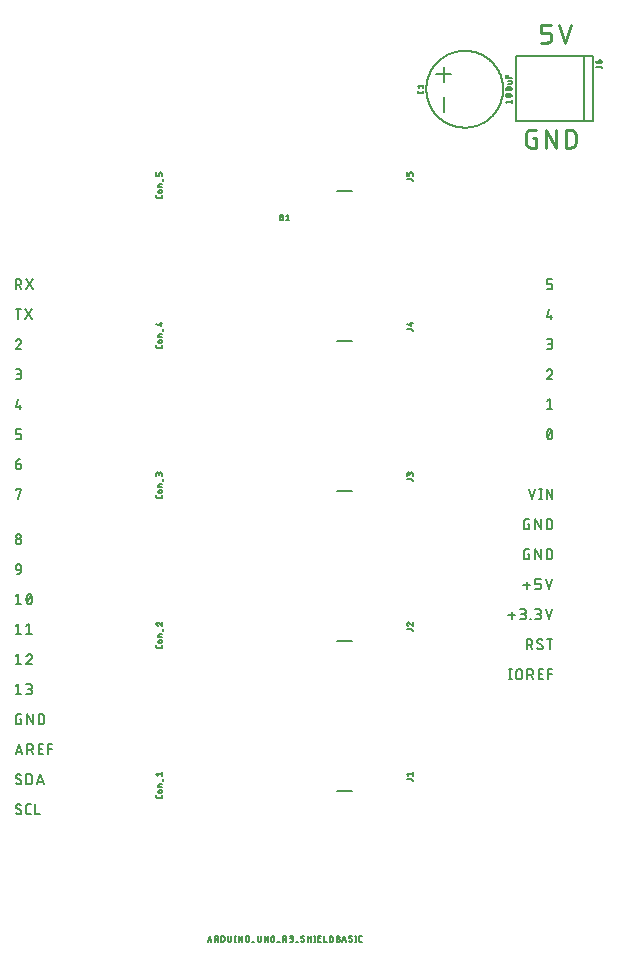
<source format=gto>
G75*
%MOIN*%
%OFA0B0*%
%FSLAX25Y25*%
%IPPOS*%
%LPD*%
%AMOC8*
5,1,8,0,0,1.08239X$1,22.5*
%
%ADD10C,0.01100*%
%ADD11C,0.00600*%
%ADD12C,0.00500*%
%ADD13C,0.00800*%
D10*
X0193361Y0323074D02*
X0195328Y0323074D01*
X0195328Y0326351D01*
X0194344Y0326351D01*
X0192050Y0327663D02*
X0192052Y0327734D01*
X0192058Y0327805D01*
X0192067Y0327875D01*
X0192081Y0327945D01*
X0192098Y0328014D01*
X0192119Y0328082D01*
X0192143Y0328148D01*
X0192171Y0328213D01*
X0192203Y0328277D01*
X0192238Y0328339D01*
X0192276Y0328399D01*
X0192317Y0328456D01*
X0192362Y0328512D01*
X0192409Y0328565D01*
X0192459Y0328615D01*
X0192512Y0328662D01*
X0192568Y0328707D01*
X0192625Y0328748D01*
X0192685Y0328786D01*
X0192747Y0328821D01*
X0192811Y0328853D01*
X0192876Y0328881D01*
X0192942Y0328905D01*
X0193010Y0328926D01*
X0193079Y0328943D01*
X0193149Y0328957D01*
X0193219Y0328966D01*
X0193290Y0328972D01*
X0193361Y0328974D01*
X0195328Y0328974D01*
X0192050Y0327663D02*
X0192050Y0324385D01*
X0192052Y0324314D01*
X0192058Y0324243D01*
X0192067Y0324173D01*
X0192081Y0324103D01*
X0192098Y0324034D01*
X0192119Y0323966D01*
X0192143Y0323900D01*
X0192171Y0323835D01*
X0192203Y0323771D01*
X0192238Y0323709D01*
X0192276Y0323649D01*
X0192317Y0323592D01*
X0192362Y0323536D01*
X0192409Y0323483D01*
X0192459Y0323433D01*
X0192512Y0323386D01*
X0192568Y0323341D01*
X0192625Y0323300D01*
X0192685Y0323262D01*
X0192747Y0323227D01*
X0192811Y0323195D01*
X0192876Y0323167D01*
X0192942Y0323143D01*
X0193010Y0323122D01*
X0193079Y0323105D01*
X0193149Y0323091D01*
X0193219Y0323082D01*
X0193290Y0323076D01*
X0193361Y0323074D01*
X0198614Y0323074D02*
X0198614Y0328974D01*
X0201892Y0323074D01*
X0201892Y0328974D01*
X0205179Y0328974D02*
X0205179Y0323074D01*
X0206817Y0323074D01*
X0206895Y0323076D01*
X0206973Y0323081D01*
X0207050Y0323091D01*
X0207127Y0323104D01*
X0207203Y0323120D01*
X0207279Y0323140D01*
X0207353Y0323164D01*
X0207426Y0323191D01*
X0207498Y0323222D01*
X0207568Y0323256D01*
X0207637Y0323294D01*
X0207703Y0323334D01*
X0207768Y0323378D01*
X0207830Y0323425D01*
X0207890Y0323474D01*
X0207948Y0323527D01*
X0208003Y0323582D01*
X0208056Y0323640D01*
X0208105Y0323700D01*
X0208152Y0323762D01*
X0208196Y0323827D01*
X0208236Y0323894D01*
X0208274Y0323962D01*
X0208308Y0324032D01*
X0208339Y0324104D01*
X0208366Y0324177D01*
X0208390Y0324251D01*
X0208410Y0324327D01*
X0208426Y0324403D01*
X0208439Y0324480D01*
X0208449Y0324557D01*
X0208454Y0324635D01*
X0208456Y0324713D01*
X0208456Y0327335D01*
X0208454Y0327413D01*
X0208449Y0327491D01*
X0208439Y0327568D01*
X0208426Y0327645D01*
X0208410Y0327721D01*
X0208390Y0327797D01*
X0208366Y0327871D01*
X0208339Y0327944D01*
X0208308Y0328016D01*
X0208274Y0328086D01*
X0208236Y0328155D01*
X0208196Y0328221D01*
X0208152Y0328286D01*
X0208105Y0328348D01*
X0208056Y0328408D01*
X0208003Y0328466D01*
X0207948Y0328521D01*
X0207890Y0328574D01*
X0207830Y0328623D01*
X0207768Y0328670D01*
X0207703Y0328714D01*
X0207637Y0328754D01*
X0207568Y0328792D01*
X0207498Y0328826D01*
X0207426Y0328857D01*
X0207353Y0328884D01*
X0207279Y0328908D01*
X0207203Y0328928D01*
X0207127Y0328944D01*
X0207050Y0328957D01*
X0206973Y0328967D01*
X0206895Y0328972D01*
X0206817Y0328974D01*
X0205179Y0328974D01*
X0204843Y0358074D02*
X0206810Y0363974D01*
X0202876Y0363974D02*
X0204843Y0358074D01*
X0200328Y0359385D02*
X0200328Y0360040D01*
X0200326Y0360111D01*
X0200320Y0360182D01*
X0200311Y0360252D01*
X0200297Y0360322D01*
X0200280Y0360391D01*
X0200259Y0360459D01*
X0200235Y0360525D01*
X0200207Y0360590D01*
X0200175Y0360654D01*
X0200140Y0360716D01*
X0200102Y0360776D01*
X0200061Y0360833D01*
X0200016Y0360889D01*
X0199969Y0360942D01*
X0199919Y0360992D01*
X0199866Y0361039D01*
X0199810Y0361084D01*
X0199753Y0361125D01*
X0199693Y0361163D01*
X0199631Y0361198D01*
X0199567Y0361230D01*
X0199502Y0361258D01*
X0199436Y0361282D01*
X0199368Y0361303D01*
X0199299Y0361320D01*
X0199229Y0361334D01*
X0199159Y0361343D01*
X0199088Y0361349D01*
X0199017Y0361351D01*
X0197050Y0361351D01*
X0197050Y0363974D01*
X0200328Y0363974D01*
X0200328Y0359385D02*
X0200326Y0359314D01*
X0200320Y0359243D01*
X0200311Y0359173D01*
X0200297Y0359103D01*
X0200280Y0359034D01*
X0200259Y0358966D01*
X0200235Y0358900D01*
X0200207Y0358835D01*
X0200175Y0358771D01*
X0200140Y0358709D01*
X0200102Y0358649D01*
X0200061Y0358592D01*
X0200016Y0358536D01*
X0199969Y0358483D01*
X0199919Y0358433D01*
X0199866Y0358386D01*
X0199810Y0358341D01*
X0199753Y0358300D01*
X0199693Y0358262D01*
X0199631Y0358227D01*
X0199567Y0358195D01*
X0199502Y0358167D01*
X0199436Y0358143D01*
X0199368Y0358122D01*
X0199299Y0358105D01*
X0199229Y0358091D01*
X0199159Y0358082D01*
X0199088Y0358076D01*
X0199017Y0358074D01*
X0197050Y0358074D01*
D11*
X0026776Y0100824D02*
X0026020Y0100824D01*
X0026020Y0100823D02*
X0025966Y0100825D01*
X0025912Y0100831D01*
X0025859Y0100840D01*
X0025807Y0100854D01*
X0025756Y0100871D01*
X0025706Y0100891D01*
X0025658Y0100915D01*
X0025611Y0100943D01*
X0025567Y0100974D01*
X0025525Y0101008D01*
X0025485Y0101044D01*
X0025449Y0101084D01*
X0025415Y0101126D01*
X0025384Y0101170D01*
X0025356Y0101217D01*
X0025332Y0101265D01*
X0025312Y0101315D01*
X0025295Y0101366D01*
X0025281Y0101418D01*
X0025272Y0101471D01*
X0025266Y0101525D01*
X0025264Y0101579D01*
X0025265Y0101579D02*
X0025265Y0103468D01*
X0025267Y0103522D01*
X0025273Y0103576D01*
X0025282Y0103629D01*
X0025296Y0103681D01*
X0025313Y0103732D01*
X0025333Y0103782D01*
X0025357Y0103830D01*
X0025385Y0103877D01*
X0025416Y0103921D01*
X0025450Y0103963D01*
X0025486Y0104003D01*
X0025526Y0104039D01*
X0025568Y0104073D01*
X0025612Y0104104D01*
X0025659Y0104132D01*
X0025707Y0104156D01*
X0025757Y0104176D01*
X0025808Y0104193D01*
X0025860Y0104207D01*
X0025913Y0104216D01*
X0025967Y0104222D01*
X0026021Y0104224D01*
X0026020Y0104224D02*
X0026776Y0104224D01*
X0028410Y0104224D02*
X0028410Y0100824D01*
X0029921Y0100824D01*
X0028931Y0110824D02*
X0030064Y0114224D01*
X0031198Y0110824D01*
X0030914Y0111674D02*
X0029214Y0111674D01*
X0027289Y0111768D02*
X0027289Y0113279D01*
X0027288Y0113279D02*
X0027286Y0113338D01*
X0027281Y0113397D01*
X0027271Y0113456D01*
X0027258Y0113514D01*
X0027242Y0113571D01*
X0027222Y0113627D01*
X0027198Y0113681D01*
X0027171Y0113734D01*
X0027141Y0113785D01*
X0027108Y0113834D01*
X0027071Y0113881D01*
X0027032Y0113925D01*
X0026990Y0113967D01*
X0026946Y0114006D01*
X0026899Y0114043D01*
X0026850Y0114076D01*
X0026799Y0114106D01*
X0026746Y0114133D01*
X0026692Y0114157D01*
X0026636Y0114177D01*
X0026579Y0114193D01*
X0026521Y0114206D01*
X0026462Y0114216D01*
X0026403Y0114221D01*
X0026344Y0114223D01*
X0026344Y0114224D02*
X0025400Y0114224D01*
X0025400Y0110824D01*
X0026344Y0110824D01*
X0026403Y0110826D01*
X0026462Y0110831D01*
X0026521Y0110841D01*
X0026579Y0110854D01*
X0026636Y0110870D01*
X0026692Y0110890D01*
X0026746Y0110914D01*
X0026799Y0110941D01*
X0026850Y0110971D01*
X0026899Y0111004D01*
X0026946Y0111041D01*
X0026990Y0111080D01*
X0027032Y0111122D01*
X0027071Y0111166D01*
X0027108Y0111213D01*
X0027141Y0111262D01*
X0027171Y0111313D01*
X0027198Y0111366D01*
X0027222Y0111420D01*
X0027242Y0111476D01*
X0027258Y0111533D01*
X0027271Y0111591D01*
X0027281Y0111650D01*
X0027286Y0111709D01*
X0027288Y0111768D01*
X0023311Y0112240D02*
X0022272Y0112807D01*
X0022650Y0114224D02*
X0022720Y0114222D01*
X0022790Y0114217D01*
X0022860Y0114208D01*
X0022929Y0114196D01*
X0022997Y0114181D01*
X0023065Y0114162D01*
X0023131Y0114140D01*
X0023197Y0114114D01*
X0023261Y0114086D01*
X0023323Y0114054D01*
X0023384Y0114019D01*
X0023443Y0113981D01*
X0023500Y0113941D01*
X0022273Y0112807D02*
X0022228Y0112836D01*
X0022185Y0112867D01*
X0022145Y0112902D01*
X0022107Y0112939D01*
X0022072Y0112978D01*
X0022039Y0113020D01*
X0022010Y0113065D01*
X0021983Y0113111D01*
X0021960Y0113159D01*
X0021940Y0113208D01*
X0021924Y0113258D01*
X0021911Y0113310D01*
X0021902Y0113362D01*
X0021897Y0113415D01*
X0021895Y0113468D01*
X0021894Y0113468D02*
X0021896Y0113522D01*
X0021902Y0113576D01*
X0021911Y0113629D01*
X0021925Y0113681D01*
X0021942Y0113732D01*
X0021962Y0113782D01*
X0021986Y0113830D01*
X0022014Y0113877D01*
X0022045Y0113921D01*
X0022079Y0113963D01*
X0022115Y0114003D01*
X0022155Y0114039D01*
X0022197Y0114073D01*
X0022241Y0114104D01*
X0022288Y0114132D01*
X0022336Y0114156D01*
X0022386Y0114176D01*
X0022437Y0114193D01*
X0022489Y0114207D01*
X0022542Y0114216D01*
X0022596Y0114222D01*
X0022650Y0114224D01*
X0021800Y0111296D02*
X0021857Y0111242D01*
X0021916Y0111190D01*
X0021978Y0111141D01*
X0022042Y0111096D01*
X0022109Y0111053D01*
X0022177Y0111014D01*
X0022247Y0110979D01*
X0022319Y0110947D01*
X0022393Y0110918D01*
X0022467Y0110893D01*
X0022543Y0110872D01*
X0022620Y0110855D01*
X0022698Y0110841D01*
X0022776Y0110832D01*
X0022854Y0110826D01*
X0022933Y0110824D01*
X0022933Y0110823D02*
X0022987Y0110825D01*
X0023041Y0110831D01*
X0023094Y0110840D01*
X0023146Y0110854D01*
X0023197Y0110871D01*
X0023247Y0110891D01*
X0023295Y0110915D01*
X0023342Y0110943D01*
X0023386Y0110974D01*
X0023428Y0111008D01*
X0023468Y0111044D01*
X0023504Y0111084D01*
X0023538Y0111126D01*
X0023569Y0111170D01*
X0023597Y0111217D01*
X0023621Y0111265D01*
X0023641Y0111315D01*
X0023658Y0111366D01*
X0023672Y0111418D01*
X0023681Y0111471D01*
X0023687Y0111525D01*
X0023689Y0111579D01*
X0023687Y0111632D01*
X0023682Y0111685D01*
X0023673Y0111737D01*
X0023660Y0111789D01*
X0023644Y0111839D01*
X0023624Y0111888D01*
X0023601Y0111936D01*
X0023574Y0111982D01*
X0023545Y0112027D01*
X0023512Y0112069D01*
X0023477Y0112108D01*
X0023439Y0112145D01*
X0023399Y0112180D01*
X0023356Y0112211D01*
X0023311Y0112240D01*
X0024067Y0120824D02*
X0022933Y0124224D01*
X0021800Y0120824D01*
X0022083Y0121674D02*
X0023783Y0121674D01*
X0025742Y0122335D02*
X0026687Y0122335D01*
X0026876Y0122335D02*
X0027631Y0120824D01*
X0029439Y0120824D02*
X0029439Y0124224D01*
X0030950Y0124224D01*
X0030572Y0122712D02*
X0029439Y0122712D01*
X0029439Y0120824D02*
X0030950Y0120824D01*
X0032559Y0120824D02*
X0032559Y0124224D01*
X0034070Y0124224D01*
X0034070Y0122712D02*
X0032559Y0122712D01*
X0026687Y0122335D02*
X0026747Y0122337D01*
X0026808Y0122343D01*
X0026867Y0122352D01*
X0026926Y0122366D01*
X0026984Y0122383D01*
X0027041Y0122404D01*
X0027097Y0122428D01*
X0027150Y0122456D01*
X0027202Y0122488D01*
X0027252Y0122522D01*
X0027299Y0122560D01*
X0027344Y0122601D01*
X0027386Y0122644D01*
X0027425Y0122690D01*
X0027461Y0122739D01*
X0027494Y0122790D01*
X0027524Y0122842D01*
X0027550Y0122897D01*
X0027573Y0122953D01*
X0027592Y0123010D01*
X0027607Y0123069D01*
X0027619Y0123128D01*
X0027627Y0123188D01*
X0027631Y0123249D01*
X0027631Y0123309D01*
X0027627Y0123370D01*
X0027619Y0123430D01*
X0027607Y0123489D01*
X0027592Y0123548D01*
X0027573Y0123605D01*
X0027550Y0123661D01*
X0027524Y0123716D01*
X0027494Y0123768D01*
X0027461Y0123819D01*
X0027425Y0123868D01*
X0027386Y0123914D01*
X0027344Y0123957D01*
X0027299Y0123998D01*
X0027252Y0124036D01*
X0027202Y0124070D01*
X0027150Y0124102D01*
X0027097Y0124130D01*
X0027041Y0124154D01*
X0026984Y0124175D01*
X0026926Y0124192D01*
X0026867Y0124206D01*
X0026808Y0124215D01*
X0026747Y0124221D01*
X0026687Y0124223D01*
X0026687Y0124224D02*
X0025742Y0124224D01*
X0025742Y0120824D01*
X0025640Y0130824D02*
X0025640Y0134224D01*
X0027529Y0130824D01*
X0027529Y0134224D01*
X0029480Y0134224D02*
X0029480Y0130824D01*
X0030424Y0130824D01*
X0030483Y0130826D01*
X0030542Y0130831D01*
X0030601Y0130841D01*
X0030659Y0130854D01*
X0030716Y0130870D01*
X0030772Y0130890D01*
X0030826Y0130914D01*
X0030879Y0130941D01*
X0030930Y0130971D01*
X0030979Y0131004D01*
X0031026Y0131041D01*
X0031070Y0131080D01*
X0031112Y0131122D01*
X0031151Y0131166D01*
X0031188Y0131213D01*
X0031221Y0131262D01*
X0031251Y0131313D01*
X0031278Y0131366D01*
X0031302Y0131420D01*
X0031322Y0131476D01*
X0031338Y0131533D01*
X0031351Y0131591D01*
X0031361Y0131650D01*
X0031366Y0131709D01*
X0031368Y0131768D01*
X0031369Y0131768D02*
X0031369Y0133279D01*
X0031368Y0133279D02*
X0031366Y0133338D01*
X0031361Y0133397D01*
X0031351Y0133456D01*
X0031338Y0133514D01*
X0031322Y0133571D01*
X0031302Y0133627D01*
X0031278Y0133681D01*
X0031251Y0133734D01*
X0031221Y0133785D01*
X0031188Y0133834D01*
X0031151Y0133881D01*
X0031112Y0133925D01*
X0031070Y0133967D01*
X0031026Y0134006D01*
X0030979Y0134043D01*
X0030930Y0134076D01*
X0030879Y0134106D01*
X0030826Y0134133D01*
X0030772Y0134157D01*
X0030716Y0134177D01*
X0030659Y0134193D01*
X0030601Y0134206D01*
X0030542Y0134216D01*
X0030483Y0134221D01*
X0030424Y0134223D01*
X0030424Y0134224D02*
X0029480Y0134224D01*
X0026344Y0140824D02*
X0025400Y0140824D01*
X0026344Y0140824D02*
X0026404Y0140826D01*
X0026465Y0140832D01*
X0026524Y0140841D01*
X0026583Y0140855D01*
X0026641Y0140872D01*
X0026698Y0140893D01*
X0026754Y0140917D01*
X0026807Y0140945D01*
X0026859Y0140977D01*
X0026909Y0141011D01*
X0026956Y0141049D01*
X0027001Y0141090D01*
X0027043Y0141133D01*
X0027082Y0141179D01*
X0027118Y0141228D01*
X0027151Y0141279D01*
X0027181Y0141331D01*
X0027207Y0141386D01*
X0027230Y0141442D01*
X0027249Y0141499D01*
X0027264Y0141558D01*
X0027276Y0141617D01*
X0027284Y0141677D01*
X0027288Y0141738D01*
X0027288Y0141798D01*
X0027284Y0141859D01*
X0027276Y0141919D01*
X0027264Y0141978D01*
X0027249Y0142037D01*
X0027230Y0142094D01*
X0027207Y0142150D01*
X0027181Y0142205D01*
X0027151Y0142257D01*
X0027118Y0142308D01*
X0027082Y0142357D01*
X0027043Y0142403D01*
X0027001Y0142446D01*
X0026956Y0142487D01*
X0026909Y0142525D01*
X0026859Y0142559D01*
X0026807Y0142591D01*
X0026754Y0142619D01*
X0026698Y0142643D01*
X0026641Y0142664D01*
X0026583Y0142681D01*
X0026524Y0142695D01*
X0026465Y0142704D01*
X0026404Y0142710D01*
X0026344Y0142712D01*
X0026533Y0142713D02*
X0025778Y0142713D01*
X0026533Y0142712D02*
X0026587Y0142714D01*
X0026641Y0142720D01*
X0026694Y0142729D01*
X0026746Y0142743D01*
X0026797Y0142760D01*
X0026847Y0142780D01*
X0026895Y0142804D01*
X0026942Y0142832D01*
X0026986Y0142863D01*
X0027028Y0142897D01*
X0027068Y0142933D01*
X0027104Y0142973D01*
X0027138Y0143015D01*
X0027169Y0143059D01*
X0027197Y0143106D01*
X0027221Y0143154D01*
X0027241Y0143204D01*
X0027258Y0143255D01*
X0027272Y0143307D01*
X0027281Y0143360D01*
X0027287Y0143414D01*
X0027289Y0143468D01*
X0027287Y0143522D01*
X0027281Y0143576D01*
X0027272Y0143629D01*
X0027258Y0143681D01*
X0027241Y0143732D01*
X0027221Y0143782D01*
X0027197Y0143830D01*
X0027169Y0143877D01*
X0027138Y0143921D01*
X0027104Y0143963D01*
X0027068Y0144003D01*
X0027028Y0144039D01*
X0026986Y0144073D01*
X0026942Y0144104D01*
X0026895Y0144132D01*
X0026847Y0144156D01*
X0026797Y0144176D01*
X0026746Y0144193D01*
X0026694Y0144207D01*
X0026641Y0144216D01*
X0026587Y0144222D01*
X0026533Y0144224D01*
X0025400Y0144224D01*
X0022744Y0144224D02*
X0022744Y0140824D01*
X0021800Y0140824D02*
X0023689Y0140824D01*
X0021800Y0143468D02*
X0022744Y0144224D01*
X0022744Y0150824D02*
X0022744Y0154224D01*
X0021800Y0153468D01*
X0021800Y0150824D02*
X0023689Y0150824D01*
X0025400Y0150824D02*
X0027289Y0150824D01*
X0025400Y0150824D02*
X0027006Y0152713D01*
X0026439Y0154224D02*
X0026374Y0154222D01*
X0026309Y0154216D01*
X0026244Y0154206D01*
X0026180Y0154193D01*
X0026117Y0154175D01*
X0026055Y0154154D01*
X0025995Y0154129D01*
X0025936Y0154101D01*
X0025879Y0154069D01*
X0025823Y0154034D01*
X0025771Y0153996D01*
X0025720Y0153954D01*
X0025672Y0153909D01*
X0025627Y0153862D01*
X0025585Y0153812D01*
X0025546Y0153760D01*
X0025510Y0153705D01*
X0025477Y0153649D01*
X0025448Y0153590D01*
X0025422Y0153530D01*
X0025400Y0153468D01*
X0027006Y0152713D02*
X0027046Y0152753D01*
X0027083Y0152796D01*
X0027118Y0152841D01*
X0027149Y0152889D01*
X0027178Y0152938D01*
X0027204Y0152988D01*
X0027226Y0153041D01*
X0027245Y0153094D01*
X0027261Y0153149D01*
X0027273Y0153204D01*
X0027282Y0153261D01*
X0027287Y0153317D01*
X0027289Y0153374D01*
X0027287Y0153430D01*
X0027282Y0153485D01*
X0027273Y0153540D01*
X0027260Y0153594D01*
X0027244Y0153647D01*
X0027224Y0153699D01*
X0027201Y0153750D01*
X0027175Y0153799D01*
X0027146Y0153846D01*
X0027113Y0153891D01*
X0027078Y0153934D01*
X0027040Y0153975D01*
X0026999Y0154013D01*
X0026956Y0154048D01*
X0026911Y0154081D01*
X0026864Y0154110D01*
X0026815Y0154136D01*
X0026764Y0154159D01*
X0026712Y0154179D01*
X0026659Y0154195D01*
X0026605Y0154208D01*
X0026550Y0154217D01*
X0026495Y0154222D01*
X0026439Y0154224D01*
X0026344Y0160824D02*
X0026344Y0164224D01*
X0025400Y0163468D01*
X0025400Y0160824D02*
X0027289Y0160824D01*
X0023689Y0160824D02*
X0021800Y0160824D01*
X0022744Y0160824D02*
X0022744Y0164224D01*
X0021800Y0163468D01*
X0021800Y0170824D02*
X0023689Y0170824D01*
X0022744Y0170824D02*
X0022744Y0174224D01*
X0021800Y0173468D01*
X0027289Y0172524D02*
X0027287Y0172426D01*
X0027282Y0172329D01*
X0027274Y0172231D01*
X0027262Y0172134D01*
X0027246Y0172038D01*
X0027228Y0171942D01*
X0027206Y0171846D01*
X0027181Y0171752D01*
X0027152Y0171658D01*
X0027120Y0171566D01*
X0027085Y0171475D01*
X0027047Y0171385D01*
X0027006Y0171296D01*
X0027005Y0171296D02*
X0026987Y0171249D01*
X0026965Y0171203D01*
X0026940Y0171158D01*
X0026912Y0171116D01*
X0026881Y0171075D01*
X0026847Y0171037D01*
X0026810Y0171002D01*
X0026771Y0170969D01*
X0026729Y0170940D01*
X0026686Y0170913D01*
X0026640Y0170890D01*
X0026593Y0170870D01*
X0026545Y0170854D01*
X0026496Y0170841D01*
X0026446Y0170831D01*
X0026395Y0170826D01*
X0026344Y0170824D01*
X0026293Y0170826D01*
X0026242Y0170831D01*
X0026192Y0170841D01*
X0026143Y0170854D01*
X0026095Y0170870D01*
X0026048Y0170890D01*
X0026002Y0170913D01*
X0025959Y0170940D01*
X0025917Y0170969D01*
X0025878Y0171002D01*
X0025841Y0171037D01*
X0025807Y0171075D01*
X0025776Y0171116D01*
X0025748Y0171158D01*
X0025723Y0171203D01*
X0025701Y0171249D01*
X0025683Y0171296D01*
X0025589Y0171579D02*
X0027100Y0173468D01*
X0027005Y0173752D02*
X0026987Y0173799D01*
X0026965Y0173845D01*
X0026940Y0173890D01*
X0026912Y0173932D01*
X0026881Y0173973D01*
X0026847Y0174011D01*
X0026810Y0174046D01*
X0026771Y0174079D01*
X0026729Y0174108D01*
X0026686Y0174135D01*
X0026640Y0174158D01*
X0026593Y0174178D01*
X0026545Y0174194D01*
X0026496Y0174207D01*
X0026446Y0174217D01*
X0026395Y0174222D01*
X0026344Y0174224D01*
X0026293Y0174222D01*
X0026242Y0174217D01*
X0026192Y0174207D01*
X0026143Y0174194D01*
X0026095Y0174178D01*
X0026048Y0174158D01*
X0026002Y0174135D01*
X0025959Y0174108D01*
X0025917Y0174079D01*
X0025878Y0174046D01*
X0025841Y0174011D01*
X0025807Y0173973D01*
X0025776Y0173932D01*
X0025748Y0173890D01*
X0025723Y0173845D01*
X0025701Y0173799D01*
X0025683Y0173752D01*
X0027006Y0173752D02*
X0027047Y0173663D01*
X0027085Y0173573D01*
X0027120Y0173482D01*
X0027152Y0173390D01*
X0027181Y0173296D01*
X0027206Y0173202D01*
X0027228Y0173106D01*
X0027246Y0173010D01*
X0027262Y0172914D01*
X0027274Y0172817D01*
X0027282Y0172719D01*
X0027287Y0172622D01*
X0027289Y0172524D01*
X0025400Y0172524D02*
X0025402Y0172622D01*
X0025407Y0172719D01*
X0025415Y0172817D01*
X0025427Y0172914D01*
X0025443Y0173010D01*
X0025461Y0173106D01*
X0025483Y0173202D01*
X0025508Y0173296D01*
X0025537Y0173390D01*
X0025569Y0173482D01*
X0025604Y0173573D01*
X0025642Y0173663D01*
X0025683Y0173752D01*
X0025400Y0172524D02*
X0025402Y0172426D01*
X0025407Y0172329D01*
X0025415Y0172231D01*
X0025427Y0172134D01*
X0025443Y0172038D01*
X0025461Y0171942D01*
X0025483Y0171846D01*
X0025508Y0171752D01*
X0025537Y0171658D01*
X0025569Y0171566D01*
X0025604Y0171475D01*
X0025642Y0171385D01*
X0025683Y0171296D01*
X0023689Y0182335D02*
X0023689Y0183279D01*
X0023689Y0182335D02*
X0022556Y0182335D01*
X0023689Y0182335D02*
X0023687Y0182258D01*
X0023681Y0182182D01*
X0023672Y0182106D01*
X0023658Y0182031D01*
X0023641Y0181956D01*
X0023620Y0181883D01*
X0023595Y0181810D01*
X0023567Y0181739D01*
X0023535Y0181670D01*
X0023499Y0181602D01*
X0023460Y0181536D01*
X0023418Y0181472D01*
X0023373Y0181410D01*
X0023324Y0181351D01*
X0023273Y0181294D01*
X0023219Y0181240D01*
X0023162Y0181189D01*
X0023103Y0181140D01*
X0023041Y0181095D01*
X0022977Y0181053D01*
X0022911Y0181014D01*
X0022843Y0180978D01*
X0022774Y0180946D01*
X0022703Y0180918D01*
X0022630Y0180893D01*
X0022557Y0180872D01*
X0022482Y0180855D01*
X0022407Y0180841D01*
X0022331Y0180832D01*
X0022255Y0180826D01*
X0022178Y0180824D01*
X0022556Y0182334D02*
X0022502Y0182336D01*
X0022448Y0182342D01*
X0022395Y0182351D01*
X0022343Y0182365D01*
X0022292Y0182382D01*
X0022242Y0182402D01*
X0022194Y0182426D01*
X0022147Y0182454D01*
X0022103Y0182485D01*
X0022061Y0182519D01*
X0022021Y0182555D01*
X0021985Y0182595D01*
X0021951Y0182637D01*
X0021920Y0182681D01*
X0021892Y0182728D01*
X0021868Y0182776D01*
X0021848Y0182826D01*
X0021831Y0182877D01*
X0021817Y0182929D01*
X0021808Y0182982D01*
X0021802Y0183036D01*
X0021800Y0183090D01*
X0021800Y0183279D01*
X0021802Y0183339D01*
X0021808Y0183400D01*
X0021817Y0183459D01*
X0021831Y0183518D01*
X0021848Y0183576D01*
X0021869Y0183633D01*
X0021893Y0183689D01*
X0021921Y0183742D01*
X0021953Y0183794D01*
X0021987Y0183844D01*
X0022025Y0183891D01*
X0022066Y0183936D01*
X0022109Y0183978D01*
X0022155Y0184017D01*
X0022204Y0184053D01*
X0022255Y0184086D01*
X0022307Y0184116D01*
X0022362Y0184142D01*
X0022418Y0184165D01*
X0022475Y0184184D01*
X0022534Y0184199D01*
X0022593Y0184211D01*
X0022653Y0184219D01*
X0022714Y0184223D01*
X0022774Y0184223D01*
X0022835Y0184219D01*
X0022895Y0184211D01*
X0022954Y0184199D01*
X0023013Y0184184D01*
X0023070Y0184165D01*
X0023126Y0184142D01*
X0023181Y0184116D01*
X0023233Y0184086D01*
X0023284Y0184053D01*
X0023333Y0184017D01*
X0023379Y0183978D01*
X0023422Y0183936D01*
X0023463Y0183891D01*
X0023501Y0183844D01*
X0023535Y0183794D01*
X0023567Y0183742D01*
X0023595Y0183689D01*
X0023619Y0183633D01*
X0023640Y0183576D01*
X0023657Y0183518D01*
X0023671Y0183459D01*
X0023680Y0183400D01*
X0023686Y0183339D01*
X0023688Y0183279D01*
X0023688Y0191768D02*
X0023686Y0191708D01*
X0023680Y0191647D01*
X0023671Y0191588D01*
X0023657Y0191529D01*
X0023640Y0191471D01*
X0023619Y0191414D01*
X0023595Y0191358D01*
X0023567Y0191305D01*
X0023535Y0191253D01*
X0023501Y0191203D01*
X0023463Y0191156D01*
X0023422Y0191111D01*
X0023379Y0191069D01*
X0023333Y0191030D01*
X0023284Y0190994D01*
X0023233Y0190961D01*
X0023181Y0190931D01*
X0023126Y0190905D01*
X0023070Y0190882D01*
X0023013Y0190863D01*
X0022954Y0190848D01*
X0022895Y0190836D01*
X0022835Y0190828D01*
X0022774Y0190824D01*
X0022714Y0190824D01*
X0022653Y0190828D01*
X0022593Y0190836D01*
X0022534Y0190848D01*
X0022475Y0190863D01*
X0022418Y0190882D01*
X0022362Y0190905D01*
X0022307Y0190931D01*
X0022255Y0190961D01*
X0022204Y0190994D01*
X0022155Y0191030D01*
X0022109Y0191069D01*
X0022066Y0191111D01*
X0022025Y0191156D01*
X0021987Y0191203D01*
X0021953Y0191253D01*
X0021921Y0191305D01*
X0021893Y0191358D01*
X0021869Y0191414D01*
X0021848Y0191471D01*
X0021831Y0191529D01*
X0021817Y0191588D01*
X0021808Y0191647D01*
X0021802Y0191708D01*
X0021800Y0191768D01*
X0021802Y0191828D01*
X0021808Y0191889D01*
X0021817Y0191948D01*
X0021831Y0192007D01*
X0021848Y0192065D01*
X0021869Y0192122D01*
X0021893Y0192178D01*
X0021921Y0192231D01*
X0021953Y0192283D01*
X0021987Y0192333D01*
X0022025Y0192380D01*
X0022066Y0192425D01*
X0022109Y0192467D01*
X0022155Y0192506D01*
X0022204Y0192542D01*
X0022255Y0192575D01*
X0022307Y0192605D01*
X0022362Y0192631D01*
X0022418Y0192654D01*
X0022475Y0192673D01*
X0022534Y0192688D01*
X0022593Y0192700D01*
X0022653Y0192708D01*
X0022714Y0192712D01*
X0022774Y0192712D01*
X0022835Y0192708D01*
X0022895Y0192700D01*
X0022954Y0192688D01*
X0023013Y0192673D01*
X0023070Y0192654D01*
X0023126Y0192631D01*
X0023181Y0192605D01*
X0023233Y0192575D01*
X0023284Y0192542D01*
X0023333Y0192506D01*
X0023379Y0192467D01*
X0023422Y0192425D01*
X0023463Y0192380D01*
X0023501Y0192333D01*
X0023535Y0192283D01*
X0023567Y0192231D01*
X0023595Y0192178D01*
X0023619Y0192122D01*
X0023640Y0192065D01*
X0023657Y0192007D01*
X0023671Y0191948D01*
X0023680Y0191889D01*
X0023686Y0191828D01*
X0023688Y0191768D01*
X0023500Y0193468D02*
X0023498Y0193414D01*
X0023492Y0193360D01*
X0023483Y0193307D01*
X0023469Y0193255D01*
X0023452Y0193204D01*
X0023432Y0193154D01*
X0023408Y0193106D01*
X0023380Y0193059D01*
X0023349Y0193015D01*
X0023315Y0192973D01*
X0023279Y0192933D01*
X0023239Y0192897D01*
X0023197Y0192863D01*
X0023153Y0192832D01*
X0023106Y0192804D01*
X0023058Y0192780D01*
X0023008Y0192760D01*
X0022957Y0192743D01*
X0022905Y0192729D01*
X0022852Y0192720D01*
X0022798Y0192714D01*
X0022744Y0192712D01*
X0022690Y0192714D01*
X0022636Y0192720D01*
X0022583Y0192729D01*
X0022531Y0192743D01*
X0022480Y0192760D01*
X0022430Y0192780D01*
X0022382Y0192804D01*
X0022335Y0192832D01*
X0022291Y0192863D01*
X0022249Y0192897D01*
X0022209Y0192933D01*
X0022173Y0192973D01*
X0022139Y0193015D01*
X0022108Y0193059D01*
X0022080Y0193106D01*
X0022056Y0193154D01*
X0022036Y0193204D01*
X0022019Y0193255D01*
X0022005Y0193307D01*
X0021996Y0193360D01*
X0021990Y0193414D01*
X0021988Y0193468D01*
X0021990Y0193522D01*
X0021996Y0193576D01*
X0022005Y0193629D01*
X0022019Y0193681D01*
X0022036Y0193732D01*
X0022056Y0193782D01*
X0022080Y0193830D01*
X0022108Y0193877D01*
X0022139Y0193921D01*
X0022173Y0193963D01*
X0022209Y0194003D01*
X0022249Y0194039D01*
X0022291Y0194073D01*
X0022335Y0194104D01*
X0022382Y0194132D01*
X0022430Y0194156D01*
X0022480Y0194176D01*
X0022531Y0194193D01*
X0022583Y0194207D01*
X0022636Y0194216D01*
X0022690Y0194222D01*
X0022744Y0194224D01*
X0022798Y0194222D01*
X0022852Y0194216D01*
X0022905Y0194207D01*
X0022957Y0194193D01*
X0023008Y0194176D01*
X0023058Y0194156D01*
X0023106Y0194132D01*
X0023153Y0194104D01*
X0023197Y0194073D01*
X0023239Y0194039D01*
X0023279Y0194003D01*
X0023315Y0193963D01*
X0023349Y0193921D01*
X0023380Y0193877D01*
X0023408Y0193830D01*
X0023432Y0193782D01*
X0023452Y0193732D01*
X0023469Y0193681D01*
X0023483Y0193629D01*
X0023492Y0193576D01*
X0023498Y0193522D01*
X0023500Y0193468D01*
X0022744Y0205824D02*
X0023689Y0209224D01*
X0021800Y0209224D01*
X0021800Y0208846D01*
X0021800Y0216768D02*
X0021800Y0217712D01*
X0022933Y0217712D01*
X0021800Y0217712D02*
X0021802Y0217789D01*
X0021808Y0217865D01*
X0021817Y0217941D01*
X0021831Y0218016D01*
X0021848Y0218091D01*
X0021869Y0218164D01*
X0021894Y0218237D01*
X0021922Y0218308D01*
X0021954Y0218377D01*
X0021990Y0218445D01*
X0022029Y0218511D01*
X0022071Y0218575D01*
X0022116Y0218637D01*
X0022165Y0218696D01*
X0022216Y0218753D01*
X0022270Y0218807D01*
X0022327Y0218858D01*
X0022386Y0218907D01*
X0022448Y0218952D01*
X0022512Y0218994D01*
X0022578Y0219033D01*
X0022646Y0219069D01*
X0022715Y0219101D01*
X0022786Y0219129D01*
X0022859Y0219154D01*
X0022932Y0219175D01*
X0023007Y0219192D01*
X0023082Y0219206D01*
X0023158Y0219215D01*
X0023234Y0219221D01*
X0023311Y0219223D01*
X0022933Y0217713D02*
X0022987Y0217711D01*
X0023041Y0217705D01*
X0023094Y0217696D01*
X0023146Y0217682D01*
X0023197Y0217665D01*
X0023247Y0217645D01*
X0023295Y0217621D01*
X0023342Y0217593D01*
X0023386Y0217562D01*
X0023428Y0217528D01*
X0023468Y0217492D01*
X0023504Y0217452D01*
X0023538Y0217410D01*
X0023569Y0217366D01*
X0023597Y0217319D01*
X0023621Y0217271D01*
X0023641Y0217221D01*
X0023658Y0217170D01*
X0023672Y0217118D01*
X0023681Y0217065D01*
X0023687Y0217011D01*
X0023689Y0216957D01*
X0023689Y0216768D01*
X0023688Y0216768D02*
X0023686Y0216708D01*
X0023680Y0216647D01*
X0023671Y0216588D01*
X0023657Y0216529D01*
X0023640Y0216471D01*
X0023619Y0216414D01*
X0023595Y0216358D01*
X0023567Y0216305D01*
X0023535Y0216253D01*
X0023501Y0216203D01*
X0023463Y0216156D01*
X0023422Y0216111D01*
X0023379Y0216069D01*
X0023333Y0216030D01*
X0023284Y0215994D01*
X0023233Y0215961D01*
X0023181Y0215931D01*
X0023126Y0215905D01*
X0023070Y0215882D01*
X0023013Y0215863D01*
X0022954Y0215848D01*
X0022895Y0215836D01*
X0022835Y0215828D01*
X0022774Y0215824D01*
X0022714Y0215824D01*
X0022653Y0215828D01*
X0022593Y0215836D01*
X0022534Y0215848D01*
X0022475Y0215863D01*
X0022418Y0215882D01*
X0022362Y0215905D01*
X0022307Y0215931D01*
X0022255Y0215961D01*
X0022204Y0215994D01*
X0022155Y0216030D01*
X0022109Y0216069D01*
X0022066Y0216111D01*
X0022025Y0216156D01*
X0021987Y0216203D01*
X0021953Y0216253D01*
X0021921Y0216305D01*
X0021893Y0216358D01*
X0021869Y0216414D01*
X0021848Y0216471D01*
X0021831Y0216529D01*
X0021817Y0216588D01*
X0021808Y0216647D01*
X0021802Y0216708D01*
X0021800Y0216768D01*
X0021800Y0225824D02*
X0022933Y0225824D01*
X0022933Y0225823D02*
X0022987Y0225825D01*
X0023041Y0225831D01*
X0023094Y0225840D01*
X0023146Y0225854D01*
X0023197Y0225871D01*
X0023247Y0225891D01*
X0023295Y0225915D01*
X0023342Y0225943D01*
X0023386Y0225974D01*
X0023428Y0226008D01*
X0023468Y0226044D01*
X0023504Y0226084D01*
X0023538Y0226126D01*
X0023569Y0226170D01*
X0023597Y0226217D01*
X0023621Y0226265D01*
X0023641Y0226315D01*
X0023658Y0226366D01*
X0023672Y0226418D01*
X0023681Y0226471D01*
X0023687Y0226525D01*
X0023689Y0226579D01*
X0023689Y0226957D01*
X0023687Y0227011D01*
X0023681Y0227065D01*
X0023672Y0227118D01*
X0023658Y0227170D01*
X0023641Y0227221D01*
X0023621Y0227271D01*
X0023597Y0227319D01*
X0023569Y0227366D01*
X0023538Y0227410D01*
X0023504Y0227452D01*
X0023468Y0227492D01*
X0023428Y0227528D01*
X0023386Y0227562D01*
X0023342Y0227593D01*
X0023295Y0227621D01*
X0023247Y0227645D01*
X0023197Y0227665D01*
X0023146Y0227682D01*
X0023094Y0227696D01*
X0023041Y0227705D01*
X0022987Y0227711D01*
X0022933Y0227713D01*
X0022933Y0227712D02*
X0021800Y0227712D01*
X0021800Y0229224D01*
X0023689Y0229224D01*
X0023122Y0235824D02*
X0023122Y0237335D01*
X0023689Y0236579D02*
X0021800Y0236579D01*
X0022556Y0239224D01*
X0022744Y0245824D02*
X0021800Y0245824D01*
X0022744Y0245824D02*
X0022804Y0245826D01*
X0022865Y0245832D01*
X0022924Y0245841D01*
X0022983Y0245855D01*
X0023041Y0245872D01*
X0023098Y0245893D01*
X0023154Y0245917D01*
X0023207Y0245945D01*
X0023259Y0245977D01*
X0023309Y0246011D01*
X0023356Y0246049D01*
X0023401Y0246090D01*
X0023443Y0246133D01*
X0023482Y0246179D01*
X0023518Y0246228D01*
X0023551Y0246279D01*
X0023581Y0246331D01*
X0023607Y0246386D01*
X0023630Y0246442D01*
X0023649Y0246499D01*
X0023664Y0246558D01*
X0023676Y0246617D01*
X0023684Y0246677D01*
X0023688Y0246738D01*
X0023688Y0246798D01*
X0023684Y0246859D01*
X0023676Y0246919D01*
X0023664Y0246978D01*
X0023649Y0247037D01*
X0023630Y0247094D01*
X0023607Y0247150D01*
X0023581Y0247205D01*
X0023551Y0247257D01*
X0023518Y0247308D01*
X0023482Y0247357D01*
X0023443Y0247403D01*
X0023401Y0247446D01*
X0023356Y0247487D01*
X0023309Y0247525D01*
X0023259Y0247559D01*
X0023207Y0247591D01*
X0023154Y0247619D01*
X0023098Y0247643D01*
X0023041Y0247664D01*
X0022983Y0247681D01*
X0022924Y0247695D01*
X0022865Y0247704D01*
X0022804Y0247710D01*
X0022744Y0247712D01*
X0022933Y0247712D02*
X0022178Y0247712D01*
X0022933Y0247712D02*
X0022987Y0247714D01*
X0023041Y0247720D01*
X0023094Y0247729D01*
X0023146Y0247743D01*
X0023197Y0247760D01*
X0023247Y0247780D01*
X0023295Y0247804D01*
X0023342Y0247832D01*
X0023386Y0247863D01*
X0023428Y0247897D01*
X0023468Y0247933D01*
X0023504Y0247973D01*
X0023538Y0248015D01*
X0023569Y0248059D01*
X0023597Y0248106D01*
X0023621Y0248154D01*
X0023641Y0248204D01*
X0023658Y0248255D01*
X0023672Y0248307D01*
X0023681Y0248360D01*
X0023687Y0248414D01*
X0023689Y0248468D01*
X0023687Y0248522D01*
X0023681Y0248576D01*
X0023672Y0248629D01*
X0023658Y0248681D01*
X0023641Y0248732D01*
X0023621Y0248782D01*
X0023597Y0248830D01*
X0023569Y0248877D01*
X0023538Y0248921D01*
X0023504Y0248963D01*
X0023468Y0249003D01*
X0023428Y0249039D01*
X0023386Y0249073D01*
X0023342Y0249104D01*
X0023295Y0249132D01*
X0023247Y0249156D01*
X0023197Y0249176D01*
X0023146Y0249193D01*
X0023094Y0249207D01*
X0023041Y0249216D01*
X0022987Y0249222D01*
X0022933Y0249224D01*
X0021800Y0249224D01*
X0021800Y0255824D02*
X0023689Y0255824D01*
X0021800Y0255824D02*
X0023406Y0257712D01*
X0022839Y0259224D02*
X0022774Y0259222D01*
X0022709Y0259216D01*
X0022644Y0259206D01*
X0022580Y0259193D01*
X0022517Y0259175D01*
X0022455Y0259154D01*
X0022395Y0259129D01*
X0022336Y0259101D01*
X0022279Y0259069D01*
X0022223Y0259034D01*
X0022171Y0258996D01*
X0022120Y0258954D01*
X0022072Y0258909D01*
X0022027Y0258862D01*
X0021985Y0258812D01*
X0021946Y0258760D01*
X0021910Y0258705D01*
X0021877Y0258649D01*
X0021848Y0258590D01*
X0021822Y0258530D01*
X0021800Y0258468D01*
X0023406Y0257713D02*
X0023446Y0257753D01*
X0023483Y0257796D01*
X0023518Y0257841D01*
X0023549Y0257889D01*
X0023578Y0257938D01*
X0023604Y0257988D01*
X0023626Y0258041D01*
X0023645Y0258094D01*
X0023661Y0258149D01*
X0023673Y0258204D01*
X0023682Y0258261D01*
X0023687Y0258317D01*
X0023689Y0258374D01*
X0023687Y0258430D01*
X0023682Y0258485D01*
X0023673Y0258540D01*
X0023660Y0258594D01*
X0023644Y0258647D01*
X0023624Y0258699D01*
X0023601Y0258750D01*
X0023575Y0258799D01*
X0023546Y0258846D01*
X0023513Y0258891D01*
X0023478Y0258934D01*
X0023440Y0258975D01*
X0023399Y0259013D01*
X0023356Y0259048D01*
X0023311Y0259081D01*
X0023264Y0259110D01*
X0023215Y0259136D01*
X0023164Y0259159D01*
X0023112Y0259179D01*
X0023059Y0259195D01*
X0023005Y0259208D01*
X0022950Y0259217D01*
X0022895Y0259222D01*
X0022839Y0259224D01*
X0022744Y0265824D02*
X0022744Y0269224D01*
X0021800Y0269224D02*
X0023689Y0269224D01*
X0024971Y0269224D02*
X0027238Y0265824D01*
X0024971Y0265824D02*
X0027238Y0269224D01*
X0027444Y0275824D02*
X0025178Y0279224D01*
X0027444Y0279224D02*
X0025178Y0275824D01*
X0023689Y0275824D02*
X0022933Y0277335D01*
X0022744Y0277335D02*
X0021800Y0277335D01*
X0022744Y0277335D02*
X0022804Y0277337D01*
X0022865Y0277343D01*
X0022924Y0277352D01*
X0022983Y0277366D01*
X0023041Y0277383D01*
X0023098Y0277404D01*
X0023154Y0277428D01*
X0023207Y0277456D01*
X0023259Y0277488D01*
X0023309Y0277522D01*
X0023356Y0277560D01*
X0023401Y0277601D01*
X0023443Y0277644D01*
X0023482Y0277690D01*
X0023518Y0277739D01*
X0023551Y0277790D01*
X0023581Y0277842D01*
X0023607Y0277897D01*
X0023630Y0277953D01*
X0023649Y0278010D01*
X0023664Y0278069D01*
X0023676Y0278128D01*
X0023684Y0278188D01*
X0023688Y0278249D01*
X0023688Y0278309D01*
X0023684Y0278370D01*
X0023676Y0278430D01*
X0023664Y0278489D01*
X0023649Y0278548D01*
X0023630Y0278605D01*
X0023607Y0278661D01*
X0023581Y0278716D01*
X0023551Y0278768D01*
X0023518Y0278819D01*
X0023482Y0278868D01*
X0023443Y0278914D01*
X0023401Y0278957D01*
X0023356Y0278998D01*
X0023309Y0279036D01*
X0023259Y0279070D01*
X0023207Y0279102D01*
X0023154Y0279130D01*
X0023098Y0279154D01*
X0023041Y0279175D01*
X0022983Y0279192D01*
X0022924Y0279206D01*
X0022865Y0279215D01*
X0022804Y0279221D01*
X0022744Y0279223D01*
X0022744Y0279224D02*
X0021800Y0279224D01*
X0021800Y0275824D01*
X0022556Y0134224D02*
X0023689Y0134224D01*
X0022556Y0134224D02*
X0022502Y0134222D01*
X0022448Y0134216D01*
X0022395Y0134207D01*
X0022343Y0134193D01*
X0022292Y0134176D01*
X0022242Y0134156D01*
X0022194Y0134132D01*
X0022147Y0134104D01*
X0022103Y0134073D01*
X0022061Y0134039D01*
X0022021Y0134003D01*
X0021985Y0133963D01*
X0021951Y0133921D01*
X0021920Y0133877D01*
X0021892Y0133830D01*
X0021868Y0133782D01*
X0021848Y0133732D01*
X0021831Y0133681D01*
X0021817Y0133629D01*
X0021808Y0133576D01*
X0021802Y0133522D01*
X0021800Y0133468D01*
X0021800Y0131579D01*
X0021802Y0131525D01*
X0021808Y0131471D01*
X0021817Y0131418D01*
X0021831Y0131366D01*
X0021848Y0131315D01*
X0021868Y0131265D01*
X0021892Y0131217D01*
X0021920Y0131170D01*
X0021951Y0131126D01*
X0021985Y0131084D01*
X0022021Y0131044D01*
X0022061Y0131008D01*
X0022103Y0130974D01*
X0022147Y0130943D01*
X0022194Y0130915D01*
X0022242Y0130891D01*
X0022292Y0130871D01*
X0022343Y0130854D01*
X0022395Y0130840D01*
X0022448Y0130831D01*
X0022502Y0130825D01*
X0022556Y0130823D01*
X0022556Y0130824D02*
X0023689Y0130824D01*
X0023689Y0132713D01*
X0023122Y0132713D01*
X0021895Y0103468D02*
X0021897Y0103415D01*
X0021902Y0103362D01*
X0021911Y0103310D01*
X0021924Y0103258D01*
X0021940Y0103208D01*
X0021960Y0103159D01*
X0021983Y0103111D01*
X0022010Y0103065D01*
X0022039Y0103020D01*
X0022072Y0102978D01*
X0022107Y0102939D01*
X0022145Y0102902D01*
X0022185Y0102867D01*
X0022228Y0102836D01*
X0022273Y0102807D01*
X0022272Y0102807D02*
X0023311Y0102240D01*
X0022933Y0100824D02*
X0022854Y0100826D01*
X0022776Y0100832D01*
X0022698Y0100841D01*
X0022620Y0100855D01*
X0022543Y0100872D01*
X0022467Y0100893D01*
X0022393Y0100918D01*
X0022319Y0100947D01*
X0022247Y0100979D01*
X0022177Y0101014D01*
X0022109Y0101053D01*
X0022042Y0101096D01*
X0021978Y0101141D01*
X0021916Y0101190D01*
X0021857Y0101242D01*
X0021800Y0101296D01*
X0023311Y0102240D02*
X0023356Y0102211D01*
X0023399Y0102180D01*
X0023439Y0102145D01*
X0023477Y0102108D01*
X0023512Y0102069D01*
X0023545Y0102027D01*
X0023574Y0101982D01*
X0023601Y0101936D01*
X0023624Y0101888D01*
X0023644Y0101839D01*
X0023660Y0101789D01*
X0023673Y0101737D01*
X0023682Y0101685D01*
X0023687Y0101632D01*
X0023689Y0101579D01*
X0023687Y0101525D01*
X0023681Y0101471D01*
X0023672Y0101418D01*
X0023658Y0101366D01*
X0023641Y0101315D01*
X0023621Y0101265D01*
X0023597Y0101217D01*
X0023569Y0101170D01*
X0023538Y0101126D01*
X0023504Y0101084D01*
X0023468Y0101044D01*
X0023428Y0101008D01*
X0023386Y0100974D01*
X0023342Y0100943D01*
X0023295Y0100915D01*
X0023247Y0100891D01*
X0023197Y0100871D01*
X0023146Y0100854D01*
X0023094Y0100840D01*
X0023041Y0100831D01*
X0022987Y0100825D01*
X0022933Y0100823D01*
X0023500Y0103941D02*
X0023443Y0103981D01*
X0023384Y0104019D01*
X0023323Y0104054D01*
X0023261Y0104086D01*
X0023197Y0104114D01*
X0023131Y0104140D01*
X0023065Y0104162D01*
X0022997Y0104181D01*
X0022929Y0104196D01*
X0022860Y0104208D01*
X0022790Y0104217D01*
X0022720Y0104222D01*
X0022650Y0104224D01*
X0022596Y0104222D01*
X0022542Y0104216D01*
X0022489Y0104207D01*
X0022437Y0104193D01*
X0022386Y0104176D01*
X0022336Y0104156D01*
X0022288Y0104132D01*
X0022241Y0104104D01*
X0022197Y0104073D01*
X0022155Y0104039D01*
X0022115Y0104003D01*
X0022079Y0103963D01*
X0022045Y0103921D01*
X0022014Y0103877D01*
X0021986Y0103830D01*
X0021962Y0103782D01*
X0021942Y0103732D01*
X0021925Y0103681D01*
X0021911Y0103629D01*
X0021902Y0103576D01*
X0021896Y0103522D01*
X0021894Y0103468D01*
X0186355Y0145824D02*
X0187111Y0145824D01*
X0186733Y0145824D02*
X0186733Y0149224D01*
X0186355Y0149224D02*
X0187111Y0149224D01*
X0188669Y0148279D02*
X0188669Y0146768D01*
X0188671Y0146708D01*
X0188677Y0146647D01*
X0188686Y0146588D01*
X0188700Y0146529D01*
X0188717Y0146471D01*
X0188738Y0146414D01*
X0188762Y0146358D01*
X0188790Y0146305D01*
X0188822Y0146253D01*
X0188856Y0146203D01*
X0188894Y0146156D01*
X0188935Y0146111D01*
X0188978Y0146069D01*
X0189024Y0146030D01*
X0189073Y0145994D01*
X0189124Y0145961D01*
X0189176Y0145931D01*
X0189231Y0145905D01*
X0189287Y0145882D01*
X0189344Y0145863D01*
X0189403Y0145848D01*
X0189462Y0145836D01*
X0189522Y0145828D01*
X0189583Y0145824D01*
X0189643Y0145824D01*
X0189704Y0145828D01*
X0189764Y0145836D01*
X0189823Y0145848D01*
X0189882Y0145863D01*
X0189939Y0145882D01*
X0189995Y0145905D01*
X0190050Y0145931D01*
X0190102Y0145961D01*
X0190153Y0145994D01*
X0190202Y0146030D01*
X0190248Y0146069D01*
X0190291Y0146111D01*
X0190332Y0146156D01*
X0190370Y0146203D01*
X0190404Y0146253D01*
X0190436Y0146305D01*
X0190464Y0146358D01*
X0190488Y0146414D01*
X0190509Y0146471D01*
X0190526Y0146529D01*
X0190540Y0146588D01*
X0190549Y0146647D01*
X0190555Y0146708D01*
X0190557Y0146768D01*
X0190558Y0146768D02*
X0190558Y0148279D01*
X0190557Y0148279D02*
X0190555Y0148339D01*
X0190549Y0148400D01*
X0190540Y0148459D01*
X0190526Y0148518D01*
X0190509Y0148576D01*
X0190488Y0148633D01*
X0190464Y0148689D01*
X0190436Y0148742D01*
X0190404Y0148794D01*
X0190370Y0148844D01*
X0190332Y0148891D01*
X0190291Y0148936D01*
X0190248Y0148978D01*
X0190202Y0149017D01*
X0190153Y0149053D01*
X0190102Y0149086D01*
X0190050Y0149116D01*
X0189995Y0149142D01*
X0189939Y0149165D01*
X0189882Y0149184D01*
X0189823Y0149199D01*
X0189764Y0149211D01*
X0189704Y0149219D01*
X0189643Y0149223D01*
X0189583Y0149223D01*
X0189522Y0149219D01*
X0189462Y0149211D01*
X0189403Y0149199D01*
X0189344Y0149184D01*
X0189287Y0149165D01*
X0189231Y0149142D01*
X0189176Y0149116D01*
X0189124Y0149086D01*
X0189073Y0149053D01*
X0189024Y0149017D01*
X0188978Y0148978D01*
X0188935Y0148936D01*
X0188894Y0148891D01*
X0188856Y0148844D01*
X0188822Y0148794D01*
X0188790Y0148742D01*
X0188762Y0148689D01*
X0188738Y0148633D01*
X0188717Y0148576D01*
X0188700Y0148518D01*
X0188686Y0148459D01*
X0188677Y0148400D01*
X0188671Y0148339D01*
X0188669Y0148279D01*
X0192422Y0147335D02*
X0193366Y0147335D01*
X0193555Y0147335D02*
X0194311Y0145824D01*
X0196119Y0145824D02*
X0196119Y0149224D01*
X0197630Y0149224D01*
X0197252Y0147713D02*
X0196119Y0147713D01*
X0196119Y0145824D02*
X0197630Y0145824D01*
X0199239Y0145824D02*
X0199239Y0149224D01*
X0200750Y0149224D01*
X0200750Y0147713D02*
X0199239Y0147713D01*
X0199806Y0155824D02*
X0199806Y0159224D01*
X0200750Y0159224D02*
X0198861Y0159224D01*
X0196094Y0157807D02*
X0196049Y0157836D01*
X0196006Y0157867D01*
X0195966Y0157902D01*
X0195928Y0157939D01*
X0195893Y0157978D01*
X0195860Y0158020D01*
X0195831Y0158065D01*
X0195804Y0158111D01*
X0195781Y0158159D01*
X0195761Y0158208D01*
X0195745Y0158258D01*
X0195732Y0158310D01*
X0195723Y0158362D01*
X0195718Y0158415D01*
X0195716Y0158468D01*
X0195715Y0158468D02*
X0195717Y0158522D01*
X0195723Y0158576D01*
X0195732Y0158629D01*
X0195746Y0158681D01*
X0195763Y0158732D01*
X0195783Y0158782D01*
X0195807Y0158830D01*
X0195835Y0158877D01*
X0195866Y0158921D01*
X0195900Y0158963D01*
X0195936Y0159003D01*
X0195976Y0159039D01*
X0196018Y0159073D01*
X0196062Y0159104D01*
X0196109Y0159132D01*
X0196157Y0159156D01*
X0196207Y0159176D01*
X0196258Y0159193D01*
X0196310Y0159207D01*
X0196363Y0159216D01*
X0196417Y0159222D01*
X0196471Y0159224D01*
X0196541Y0159222D01*
X0196611Y0159217D01*
X0196681Y0159208D01*
X0196750Y0159196D01*
X0196818Y0159181D01*
X0196886Y0159162D01*
X0196952Y0159140D01*
X0197018Y0159114D01*
X0197082Y0159086D01*
X0197144Y0159054D01*
X0197205Y0159019D01*
X0197264Y0158981D01*
X0197321Y0158941D01*
X0195621Y0156296D02*
X0195678Y0156242D01*
X0195737Y0156190D01*
X0195799Y0156141D01*
X0195863Y0156096D01*
X0195930Y0156053D01*
X0195998Y0156014D01*
X0196068Y0155979D01*
X0196140Y0155947D01*
X0196214Y0155918D01*
X0196288Y0155893D01*
X0196364Y0155872D01*
X0196441Y0155855D01*
X0196519Y0155841D01*
X0196597Y0155832D01*
X0196675Y0155826D01*
X0196754Y0155824D01*
X0196754Y0155823D02*
X0196808Y0155825D01*
X0196862Y0155831D01*
X0196915Y0155840D01*
X0196967Y0155854D01*
X0197018Y0155871D01*
X0197068Y0155891D01*
X0197116Y0155915D01*
X0197163Y0155943D01*
X0197207Y0155974D01*
X0197249Y0156008D01*
X0197289Y0156044D01*
X0197325Y0156084D01*
X0197359Y0156126D01*
X0197390Y0156170D01*
X0197418Y0156217D01*
X0197442Y0156265D01*
X0197462Y0156315D01*
X0197479Y0156366D01*
X0197493Y0156418D01*
X0197502Y0156471D01*
X0197508Y0156525D01*
X0197510Y0156579D01*
X0197132Y0157240D02*
X0196093Y0157807D01*
X0197132Y0157240D02*
X0197177Y0157211D01*
X0197220Y0157180D01*
X0197260Y0157145D01*
X0197298Y0157108D01*
X0197333Y0157069D01*
X0197366Y0157027D01*
X0197395Y0156982D01*
X0197422Y0156936D01*
X0197445Y0156888D01*
X0197465Y0156839D01*
X0197481Y0156789D01*
X0197494Y0156737D01*
X0197503Y0156685D01*
X0197508Y0156632D01*
X0197510Y0156579D01*
X0194063Y0155824D02*
X0193308Y0157335D01*
X0193119Y0157335D02*
X0192174Y0157335D01*
X0193119Y0157335D02*
X0193179Y0157337D01*
X0193240Y0157343D01*
X0193299Y0157352D01*
X0193358Y0157366D01*
X0193416Y0157383D01*
X0193473Y0157404D01*
X0193529Y0157428D01*
X0193582Y0157456D01*
X0193634Y0157488D01*
X0193684Y0157522D01*
X0193731Y0157560D01*
X0193776Y0157601D01*
X0193818Y0157644D01*
X0193857Y0157690D01*
X0193893Y0157739D01*
X0193926Y0157790D01*
X0193956Y0157842D01*
X0193982Y0157897D01*
X0194005Y0157953D01*
X0194024Y0158010D01*
X0194039Y0158069D01*
X0194051Y0158128D01*
X0194059Y0158188D01*
X0194063Y0158249D01*
X0194063Y0158309D01*
X0194059Y0158370D01*
X0194051Y0158430D01*
X0194039Y0158489D01*
X0194024Y0158548D01*
X0194005Y0158605D01*
X0193982Y0158661D01*
X0193956Y0158716D01*
X0193926Y0158768D01*
X0193893Y0158819D01*
X0193857Y0158868D01*
X0193818Y0158914D01*
X0193776Y0158957D01*
X0193731Y0158998D01*
X0193684Y0159036D01*
X0193634Y0159070D01*
X0193582Y0159102D01*
X0193529Y0159130D01*
X0193473Y0159154D01*
X0193416Y0159175D01*
X0193358Y0159192D01*
X0193299Y0159206D01*
X0193240Y0159215D01*
X0193179Y0159221D01*
X0193119Y0159223D01*
X0193119Y0159224D02*
X0192174Y0159224D01*
X0192174Y0155824D01*
X0192422Y0149224D02*
X0193366Y0149224D01*
X0192422Y0149224D02*
X0192422Y0145824D01*
X0193366Y0147335D02*
X0193426Y0147337D01*
X0193487Y0147343D01*
X0193546Y0147352D01*
X0193605Y0147366D01*
X0193663Y0147383D01*
X0193720Y0147404D01*
X0193776Y0147428D01*
X0193829Y0147456D01*
X0193881Y0147488D01*
X0193931Y0147522D01*
X0193978Y0147560D01*
X0194023Y0147601D01*
X0194065Y0147644D01*
X0194104Y0147690D01*
X0194140Y0147739D01*
X0194173Y0147790D01*
X0194203Y0147842D01*
X0194229Y0147897D01*
X0194252Y0147953D01*
X0194271Y0148010D01*
X0194286Y0148069D01*
X0194298Y0148128D01*
X0194306Y0148188D01*
X0194310Y0148249D01*
X0194310Y0148309D01*
X0194306Y0148370D01*
X0194298Y0148430D01*
X0194286Y0148489D01*
X0194271Y0148548D01*
X0194252Y0148605D01*
X0194229Y0148661D01*
X0194203Y0148716D01*
X0194173Y0148768D01*
X0194140Y0148819D01*
X0194104Y0148868D01*
X0194065Y0148914D01*
X0194023Y0148957D01*
X0193978Y0148998D01*
X0193931Y0149036D01*
X0193881Y0149070D01*
X0193829Y0149102D01*
X0193776Y0149130D01*
X0193720Y0149154D01*
X0193663Y0149175D01*
X0193605Y0149192D01*
X0193546Y0149206D01*
X0193487Y0149215D01*
X0193426Y0149221D01*
X0193366Y0149223D01*
X0193402Y0165824D02*
X0193591Y0165824D01*
X0193591Y0166013D01*
X0193402Y0166013D01*
X0193402Y0165824D01*
X0195072Y0165824D02*
X0196017Y0165824D01*
X0196077Y0165826D01*
X0196138Y0165832D01*
X0196197Y0165841D01*
X0196256Y0165855D01*
X0196314Y0165872D01*
X0196371Y0165893D01*
X0196427Y0165917D01*
X0196480Y0165945D01*
X0196532Y0165977D01*
X0196582Y0166011D01*
X0196629Y0166049D01*
X0196674Y0166090D01*
X0196716Y0166133D01*
X0196755Y0166179D01*
X0196791Y0166228D01*
X0196824Y0166279D01*
X0196854Y0166331D01*
X0196880Y0166386D01*
X0196903Y0166442D01*
X0196922Y0166499D01*
X0196937Y0166558D01*
X0196949Y0166617D01*
X0196957Y0166677D01*
X0196961Y0166738D01*
X0196961Y0166798D01*
X0196957Y0166859D01*
X0196949Y0166919D01*
X0196937Y0166978D01*
X0196922Y0167037D01*
X0196903Y0167094D01*
X0196880Y0167150D01*
X0196854Y0167205D01*
X0196824Y0167257D01*
X0196791Y0167308D01*
X0196755Y0167357D01*
X0196716Y0167403D01*
X0196674Y0167446D01*
X0196629Y0167487D01*
X0196582Y0167525D01*
X0196532Y0167559D01*
X0196480Y0167591D01*
X0196427Y0167619D01*
X0196371Y0167643D01*
X0196314Y0167664D01*
X0196256Y0167681D01*
X0196197Y0167695D01*
X0196138Y0167704D01*
X0196077Y0167710D01*
X0196017Y0167712D01*
X0196206Y0167713D02*
X0195450Y0167713D01*
X0196206Y0167712D02*
X0196260Y0167714D01*
X0196314Y0167720D01*
X0196367Y0167729D01*
X0196419Y0167743D01*
X0196470Y0167760D01*
X0196520Y0167780D01*
X0196568Y0167804D01*
X0196615Y0167832D01*
X0196659Y0167863D01*
X0196701Y0167897D01*
X0196741Y0167933D01*
X0196777Y0167973D01*
X0196811Y0168015D01*
X0196842Y0168059D01*
X0196870Y0168106D01*
X0196894Y0168154D01*
X0196914Y0168204D01*
X0196931Y0168255D01*
X0196945Y0168307D01*
X0196954Y0168360D01*
X0196960Y0168414D01*
X0196962Y0168468D01*
X0196960Y0168522D01*
X0196954Y0168576D01*
X0196945Y0168629D01*
X0196931Y0168681D01*
X0196914Y0168732D01*
X0196894Y0168782D01*
X0196870Y0168830D01*
X0196842Y0168877D01*
X0196811Y0168921D01*
X0196777Y0168963D01*
X0196741Y0169003D01*
X0196701Y0169039D01*
X0196659Y0169073D01*
X0196615Y0169104D01*
X0196568Y0169132D01*
X0196520Y0169156D01*
X0196470Y0169176D01*
X0196419Y0169193D01*
X0196367Y0169207D01*
X0196314Y0169216D01*
X0196260Y0169222D01*
X0196206Y0169224D01*
X0195072Y0169224D01*
X0198483Y0169224D02*
X0199617Y0165824D01*
X0200750Y0169224D01*
X0199617Y0175824D02*
X0200750Y0179224D01*
X0198483Y0179224D02*
X0199617Y0175824D01*
X0196961Y0176579D02*
X0196961Y0176957D01*
X0196962Y0176957D02*
X0196960Y0177011D01*
X0196954Y0177065D01*
X0196945Y0177118D01*
X0196931Y0177170D01*
X0196914Y0177221D01*
X0196894Y0177271D01*
X0196870Y0177319D01*
X0196842Y0177366D01*
X0196811Y0177410D01*
X0196777Y0177452D01*
X0196741Y0177492D01*
X0196701Y0177528D01*
X0196659Y0177562D01*
X0196615Y0177593D01*
X0196568Y0177621D01*
X0196520Y0177645D01*
X0196470Y0177665D01*
X0196419Y0177682D01*
X0196367Y0177696D01*
X0196314Y0177705D01*
X0196260Y0177711D01*
X0196206Y0177713D01*
X0196206Y0177712D02*
X0195072Y0177712D01*
X0195072Y0179224D01*
X0196961Y0179224D01*
X0196962Y0176579D02*
X0196960Y0176525D01*
X0196954Y0176471D01*
X0196945Y0176418D01*
X0196931Y0176366D01*
X0196914Y0176315D01*
X0196894Y0176265D01*
X0196870Y0176217D01*
X0196842Y0176170D01*
X0196811Y0176126D01*
X0196777Y0176084D01*
X0196741Y0176044D01*
X0196701Y0176008D01*
X0196659Y0175974D01*
X0196615Y0175943D01*
X0196568Y0175915D01*
X0196520Y0175891D01*
X0196470Y0175871D01*
X0196419Y0175854D01*
X0196367Y0175840D01*
X0196314Y0175831D01*
X0196260Y0175825D01*
X0196206Y0175823D01*
X0196206Y0175824D02*
X0195072Y0175824D01*
X0193310Y0177146D02*
X0191043Y0177146D01*
X0192177Y0176012D02*
X0192177Y0178279D01*
X0191937Y0185824D02*
X0193070Y0185824D01*
X0193070Y0187712D01*
X0192503Y0187712D01*
X0191181Y0188468D02*
X0191183Y0188522D01*
X0191189Y0188576D01*
X0191198Y0188629D01*
X0191212Y0188681D01*
X0191229Y0188732D01*
X0191249Y0188782D01*
X0191273Y0188830D01*
X0191301Y0188877D01*
X0191332Y0188921D01*
X0191366Y0188963D01*
X0191402Y0189003D01*
X0191442Y0189039D01*
X0191484Y0189073D01*
X0191528Y0189104D01*
X0191575Y0189132D01*
X0191623Y0189156D01*
X0191673Y0189176D01*
X0191724Y0189193D01*
X0191776Y0189207D01*
X0191829Y0189216D01*
X0191883Y0189222D01*
X0191937Y0189224D01*
X0193070Y0189224D01*
X0195021Y0189224D02*
X0195021Y0185824D01*
X0196910Y0185824D02*
X0195021Y0189224D01*
X0196910Y0189224D02*
X0196910Y0185824D01*
X0198861Y0185824D02*
X0198861Y0189224D01*
X0199806Y0189224D01*
X0199806Y0189223D02*
X0199865Y0189221D01*
X0199924Y0189216D01*
X0199983Y0189206D01*
X0200041Y0189193D01*
X0200098Y0189177D01*
X0200154Y0189157D01*
X0200208Y0189133D01*
X0200261Y0189106D01*
X0200312Y0189076D01*
X0200361Y0189043D01*
X0200408Y0189006D01*
X0200452Y0188967D01*
X0200494Y0188925D01*
X0200533Y0188881D01*
X0200570Y0188834D01*
X0200603Y0188785D01*
X0200633Y0188734D01*
X0200660Y0188681D01*
X0200684Y0188627D01*
X0200704Y0188571D01*
X0200720Y0188514D01*
X0200733Y0188456D01*
X0200743Y0188397D01*
X0200748Y0188338D01*
X0200750Y0188279D01*
X0200750Y0186768D01*
X0200748Y0186709D01*
X0200743Y0186650D01*
X0200733Y0186591D01*
X0200720Y0186533D01*
X0200704Y0186476D01*
X0200684Y0186420D01*
X0200660Y0186366D01*
X0200633Y0186313D01*
X0200603Y0186262D01*
X0200570Y0186213D01*
X0200533Y0186166D01*
X0200494Y0186122D01*
X0200452Y0186080D01*
X0200408Y0186041D01*
X0200361Y0186004D01*
X0200312Y0185971D01*
X0200261Y0185941D01*
X0200208Y0185914D01*
X0200154Y0185890D01*
X0200098Y0185870D01*
X0200041Y0185854D01*
X0199983Y0185841D01*
X0199924Y0185831D01*
X0199865Y0185826D01*
X0199806Y0185824D01*
X0198861Y0185824D01*
X0191937Y0185823D02*
X0191883Y0185825D01*
X0191829Y0185831D01*
X0191776Y0185840D01*
X0191724Y0185854D01*
X0191673Y0185871D01*
X0191623Y0185891D01*
X0191575Y0185915D01*
X0191528Y0185943D01*
X0191484Y0185974D01*
X0191442Y0186008D01*
X0191402Y0186044D01*
X0191366Y0186084D01*
X0191332Y0186126D01*
X0191301Y0186170D01*
X0191273Y0186217D01*
X0191249Y0186265D01*
X0191229Y0186315D01*
X0191212Y0186366D01*
X0191198Y0186418D01*
X0191189Y0186471D01*
X0191183Y0186525D01*
X0191181Y0186579D01*
X0191181Y0188468D01*
X0191937Y0195824D02*
X0193070Y0195824D01*
X0193070Y0197712D01*
X0192503Y0197712D01*
X0191181Y0198468D02*
X0191183Y0198522D01*
X0191189Y0198576D01*
X0191198Y0198629D01*
X0191212Y0198681D01*
X0191229Y0198732D01*
X0191249Y0198782D01*
X0191273Y0198830D01*
X0191301Y0198877D01*
X0191332Y0198921D01*
X0191366Y0198963D01*
X0191402Y0199003D01*
X0191442Y0199039D01*
X0191484Y0199073D01*
X0191528Y0199104D01*
X0191575Y0199132D01*
X0191623Y0199156D01*
X0191673Y0199176D01*
X0191724Y0199193D01*
X0191776Y0199207D01*
X0191829Y0199216D01*
X0191883Y0199222D01*
X0191937Y0199224D01*
X0193070Y0199224D01*
X0195021Y0199224D02*
X0195021Y0195824D01*
X0196910Y0195824D02*
X0195021Y0199224D01*
X0196910Y0199224D02*
X0196910Y0195824D01*
X0198861Y0195824D02*
X0198861Y0199224D01*
X0199806Y0199224D01*
X0199806Y0199223D02*
X0199865Y0199221D01*
X0199924Y0199216D01*
X0199983Y0199206D01*
X0200041Y0199193D01*
X0200098Y0199177D01*
X0200154Y0199157D01*
X0200208Y0199133D01*
X0200261Y0199106D01*
X0200312Y0199076D01*
X0200361Y0199043D01*
X0200408Y0199006D01*
X0200452Y0198967D01*
X0200494Y0198925D01*
X0200533Y0198881D01*
X0200570Y0198834D01*
X0200603Y0198785D01*
X0200633Y0198734D01*
X0200660Y0198681D01*
X0200684Y0198627D01*
X0200704Y0198571D01*
X0200720Y0198514D01*
X0200733Y0198456D01*
X0200743Y0198397D01*
X0200748Y0198338D01*
X0200750Y0198279D01*
X0200750Y0196768D01*
X0200748Y0196709D01*
X0200743Y0196650D01*
X0200733Y0196591D01*
X0200720Y0196533D01*
X0200704Y0196476D01*
X0200684Y0196420D01*
X0200660Y0196366D01*
X0200633Y0196313D01*
X0200603Y0196262D01*
X0200570Y0196213D01*
X0200533Y0196166D01*
X0200494Y0196122D01*
X0200452Y0196080D01*
X0200408Y0196041D01*
X0200361Y0196004D01*
X0200312Y0195971D01*
X0200261Y0195941D01*
X0200208Y0195914D01*
X0200154Y0195890D01*
X0200098Y0195870D01*
X0200041Y0195854D01*
X0199983Y0195841D01*
X0199924Y0195831D01*
X0199865Y0195826D01*
X0199806Y0195824D01*
X0198861Y0195824D01*
X0191937Y0195823D02*
X0191883Y0195825D01*
X0191829Y0195831D01*
X0191776Y0195840D01*
X0191724Y0195854D01*
X0191673Y0195871D01*
X0191623Y0195891D01*
X0191575Y0195915D01*
X0191528Y0195943D01*
X0191484Y0195974D01*
X0191442Y0196008D01*
X0191402Y0196044D01*
X0191366Y0196084D01*
X0191332Y0196126D01*
X0191301Y0196170D01*
X0191273Y0196217D01*
X0191249Y0196265D01*
X0191229Y0196315D01*
X0191212Y0196366D01*
X0191198Y0196418D01*
X0191189Y0196471D01*
X0191183Y0196525D01*
X0191181Y0196579D01*
X0191181Y0198468D01*
X0193926Y0205824D02*
X0195059Y0209224D01*
X0196428Y0209224D02*
X0197183Y0209224D01*
X0196806Y0209224D02*
X0196806Y0205824D01*
X0197183Y0205824D02*
X0196428Y0205824D01*
X0198861Y0205824D02*
X0198861Y0209224D01*
X0200750Y0205824D01*
X0200750Y0209224D01*
X0193926Y0205824D02*
X0192792Y0209224D01*
X0199050Y0226579D02*
X0200561Y0228468D01*
X0200467Y0228752D02*
X0200449Y0228799D01*
X0200427Y0228845D01*
X0200402Y0228890D01*
X0200374Y0228932D01*
X0200343Y0228973D01*
X0200309Y0229011D01*
X0200272Y0229046D01*
X0200233Y0229079D01*
X0200191Y0229108D01*
X0200148Y0229135D01*
X0200102Y0229158D01*
X0200055Y0229178D01*
X0200007Y0229194D01*
X0199958Y0229207D01*
X0199908Y0229217D01*
X0199857Y0229222D01*
X0199806Y0229224D01*
X0199755Y0229222D01*
X0199704Y0229217D01*
X0199654Y0229207D01*
X0199605Y0229194D01*
X0199557Y0229178D01*
X0199510Y0229158D01*
X0199464Y0229135D01*
X0199421Y0229108D01*
X0199379Y0229079D01*
X0199340Y0229046D01*
X0199303Y0229011D01*
X0199269Y0228973D01*
X0199238Y0228932D01*
X0199210Y0228890D01*
X0199185Y0228845D01*
X0199163Y0228799D01*
X0199145Y0228752D01*
X0200467Y0228752D02*
X0200508Y0228663D01*
X0200546Y0228573D01*
X0200581Y0228482D01*
X0200613Y0228390D01*
X0200642Y0228296D01*
X0200667Y0228202D01*
X0200689Y0228106D01*
X0200707Y0228010D01*
X0200723Y0227914D01*
X0200735Y0227817D01*
X0200743Y0227719D01*
X0200748Y0227622D01*
X0200750Y0227524D01*
X0198861Y0227524D02*
X0198863Y0227622D01*
X0198868Y0227719D01*
X0198876Y0227817D01*
X0198888Y0227914D01*
X0198904Y0228010D01*
X0198922Y0228106D01*
X0198944Y0228202D01*
X0198969Y0228296D01*
X0198998Y0228390D01*
X0199030Y0228482D01*
X0199065Y0228573D01*
X0199103Y0228663D01*
X0199144Y0228752D01*
X0200750Y0227524D02*
X0200748Y0227426D01*
X0200743Y0227329D01*
X0200735Y0227231D01*
X0200723Y0227134D01*
X0200707Y0227038D01*
X0200689Y0226942D01*
X0200667Y0226846D01*
X0200642Y0226752D01*
X0200613Y0226658D01*
X0200581Y0226566D01*
X0200546Y0226475D01*
X0200508Y0226385D01*
X0200467Y0226296D01*
X0200449Y0226249D01*
X0200427Y0226203D01*
X0200402Y0226158D01*
X0200374Y0226116D01*
X0200343Y0226075D01*
X0200309Y0226037D01*
X0200272Y0226002D01*
X0200233Y0225969D01*
X0200191Y0225940D01*
X0200148Y0225913D01*
X0200102Y0225890D01*
X0200055Y0225870D01*
X0200007Y0225854D01*
X0199958Y0225841D01*
X0199908Y0225831D01*
X0199857Y0225826D01*
X0199806Y0225824D01*
X0199755Y0225826D01*
X0199704Y0225831D01*
X0199654Y0225841D01*
X0199605Y0225854D01*
X0199557Y0225870D01*
X0199510Y0225890D01*
X0199464Y0225913D01*
X0199421Y0225940D01*
X0199379Y0225969D01*
X0199340Y0226002D01*
X0199303Y0226037D01*
X0199269Y0226075D01*
X0199238Y0226116D01*
X0199210Y0226158D01*
X0199185Y0226203D01*
X0199163Y0226249D01*
X0199145Y0226296D01*
X0199144Y0226296D02*
X0199103Y0226385D01*
X0199065Y0226475D01*
X0199030Y0226566D01*
X0198998Y0226658D01*
X0198969Y0226752D01*
X0198944Y0226846D01*
X0198922Y0226942D01*
X0198904Y0227038D01*
X0198888Y0227134D01*
X0198876Y0227231D01*
X0198868Y0227329D01*
X0198863Y0227426D01*
X0198861Y0227524D01*
X0198861Y0235824D02*
X0200750Y0235824D01*
X0199806Y0235824D02*
X0199806Y0239224D01*
X0198861Y0238468D01*
X0198861Y0245824D02*
X0200750Y0245824D01*
X0198861Y0245824D02*
X0200467Y0247712D01*
X0199900Y0249224D02*
X0199835Y0249222D01*
X0199770Y0249216D01*
X0199705Y0249206D01*
X0199641Y0249193D01*
X0199578Y0249175D01*
X0199516Y0249154D01*
X0199456Y0249129D01*
X0199397Y0249101D01*
X0199340Y0249069D01*
X0199284Y0249034D01*
X0199232Y0248996D01*
X0199181Y0248954D01*
X0199133Y0248909D01*
X0199088Y0248862D01*
X0199046Y0248812D01*
X0199007Y0248760D01*
X0198971Y0248705D01*
X0198938Y0248649D01*
X0198909Y0248590D01*
X0198883Y0248530D01*
X0198861Y0248468D01*
X0200467Y0247713D02*
X0200507Y0247753D01*
X0200544Y0247796D01*
X0200579Y0247841D01*
X0200610Y0247889D01*
X0200639Y0247938D01*
X0200665Y0247988D01*
X0200687Y0248041D01*
X0200706Y0248094D01*
X0200722Y0248149D01*
X0200734Y0248204D01*
X0200743Y0248261D01*
X0200748Y0248317D01*
X0200750Y0248374D01*
X0200748Y0248430D01*
X0200743Y0248485D01*
X0200734Y0248540D01*
X0200721Y0248594D01*
X0200705Y0248647D01*
X0200685Y0248699D01*
X0200662Y0248750D01*
X0200636Y0248799D01*
X0200607Y0248846D01*
X0200574Y0248891D01*
X0200539Y0248934D01*
X0200501Y0248975D01*
X0200460Y0249013D01*
X0200417Y0249048D01*
X0200372Y0249081D01*
X0200325Y0249110D01*
X0200276Y0249136D01*
X0200225Y0249159D01*
X0200173Y0249179D01*
X0200120Y0249195D01*
X0200066Y0249208D01*
X0200011Y0249217D01*
X0199956Y0249222D01*
X0199900Y0249224D01*
X0199806Y0255824D02*
X0198861Y0255824D01*
X0199806Y0255824D02*
X0199866Y0255826D01*
X0199927Y0255832D01*
X0199986Y0255841D01*
X0200045Y0255855D01*
X0200103Y0255872D01*
X0200160Y0255893D01*
X0200216Y0255917D01*
X0200269Y0255945D01*
X0200321Y0255977D01*
X0200371Y0256011D01*
X0200418Y0256049D01*
X0200463Y0256090D01*
X0200505Y0256133D01*
X0200544Y0256179D01*
X0200580Y0256228D01*
X0200613Y0256279D01*
X0200643Y0256331D01*
X0200669Y0256386D01*
X0200692Y0256442D01*
X0200711Y0256499D01*
X0200726Y0256558D01*
X0200738Y0256617D01*
X0200746Y0256677D01*
X0200750Y0256738D01*
X0200750Y0256798D01*
X0200746Y0256859D01*
X0200738Y0256919D01*
X0200726Y0256978D01*
X0200711Y0257037D01*
X0200692Y0257094D01*
X0200669Y0257150D01*
X0200643Y0257205D01*
X0200613Y0257257D01*
X0200580Y0257308D01*
X0200544Y0257357D01*
X0200505Y0257403D01*
X0200463Y0257446D01*
X0200418Y0257487D01*
X0200371Y0257525D01*
X0200321Y0257559D01*
X0200269Y0257591D01*
X0200216Y0257619D01*
X0200160Y0257643D01*
X0200103Y0257664D01*
X0200045Y0257681D01*
X0199986Y0257695D01*
X0199927Y0257704D01*
X0199866Y0257710D01*
X0199806Y0257712D01*
X0199994Y0257712D02*
X0199239Y0257712D01*
X0199994Y0257712D02*
X0200048Y0257714D01*
X0200102Y0257720D01*
X0200155Y0257729D01*
X0200207Y0257743D01*
X0200258Y0257760D01*
X0200308Y0257780D01*
X0200356Y0257804D01*
X0200403Y0257832D01*
X0200447Y0257863D01*
X0200489Y0257897D01*
X0200529Y0257933D01*
X0200565Y0257973D01*
X0200599Y0258015D01*
X0200630Y0258059D01*
X0200658Y0258106D01*
X0200682Y0258154D01*
X0200702Y0258204D01*
X0200719Y0258255D01*
X0200733Y0258307D01*
X0200742Y0258360D01*
X0200748Y0258414D01*
X0200750Y0258468D01*
X0200748Y0258522D01*
X0200742Y0258576D01*
X0200733Y0258629D01*
X0200719Y0258681D01*
X0200702Y0258732D01*
X0200682Y0258782D01*
X0200658Y0258830D01*
X0200630Y0258877D01*
X0200599Y0258921D01*
X0200565Y0258963D01*
X0200529Y0259003D01*
X0200489Y0259039D01*
X0200447Y0259073D01*
X0200403Y0259104D01*
X0200356Y0259132D01*
X0200308Y0259156D01*
X0200258Y0259176D01*
X0200207Y0259193D01*
X0200155Y0259207D01*
X0200102Y0259216D01*
X0200048Y0259222D01*
X0199994Y0259224D01*
X0198861Y0259224D01*
X0200183Y0265824D02*
X0200183Y0267335D01*
X0200750Y0266579D02*
X0198861Y0266579D01*
X0199617Y0269224D01*
X0199994Y0275824D02*
X0198861Y0275824D01*
X0199994Y0275823D02*
X0200048Y0275825D01*
X0200102Y0275831D01*
X0200155Y0275840D01*
X0200207Y0275854D01*
X0200258Y0275871D01*
X0200308Y0275891D01*
X0200356Y0275915D01*
X0200403Y0275943D01*
X0200447Y0275974D01*
X0200489Y0276008D01*
X0200529Y0276044D01*
X0200565Y0276084D01*
X0200599Y0276126D01*
X0200630Y0276170D01*
X0200658Y0276217D01*
X0200682Y0276265D01*
X0200702Y0276315D01*
X0200719Y0276366D01*
X0200733Y0276418D01*
X0200742Y0276471D01*
X0200748Y0276525D01*
X0200750Y0276579D01*
X0200750Y0276957D01*
X0200748Y0277011D01*
X0200742Y0277065D01*
X0200733Y0277118D01*
X0200719Y0277170D01*
X0200702Y0277221D01*
X0200682Y0277271D01*
X0200658Y0277319D01*
X0200630Y0277366D01*
X0200599Y0277410D01*
X0200565Y0277452D01*
X0200529Y0277492D01*
X0200489Y0277528D01*
X0200447Y0277562D01*
X0200403Y0277593D01*
X0200356Y0277621D01*
X0200308Y0277645D01*
X0200258Y0277665D01*
X0200207Y0277682D01*
X0200155Y0277696D01*
X0200102Y0277705D01*
X0200048Y0277711D01*
X0199994Y0277713D01*
X0198861Y0277713D01*
X0198861Y0279224D01*
X0200750Y0279224D01*
X0191166Y0169224D02*
X0190032Y0169224D01*
X0191166Y0169224D02*
X0191220Y0169222D01*
X0191274Y0169216D01*
X0191327Y0169207D01*
X0191379Y0169193D01*
X0191430Y0169176D01*
X0191480Y0169156D01*
X0191528Y0169132D01*
X0191575Y0169104D01*
X0191619Y0169073D01*
X0191661Y0169039D01*
X0191701Y0169003D01*
X0191737Y0168963D01*
X0191771Y0168921D01*
X0191802Y0168877D01*
X0191830Y0168830D01*
X0191854Y0168782D01*
X0191874Y0168732D01*
X0191891Y0168681D01*
X0191905Y0168629D01*
X0191914Y0168576D01*
X0191920Y0168522D01*
X0191922Y0168468D01*
X0191920Y0168414D01*
X0191914Y0168360D01*
X0191905Y0168307D01*
X0191891Y0168255D01*
X0191874Y0168204D01*
X0191854Y0168154D01*
X0191830Y0168106D01*
X0191802Y0168059D01*
X0191771Y0168015D01*
X0191737Y0167973D01*
X0191701Y0167933D01*
X0191661Y0167897D01*
X0191619Y0167863D01*
X0191575Y0167832D01*
X0191528Y0167804D01*
X0191480Y0167780D01*
X0191430Y0167760D01*
X0191379Y0167743D01*
X0191327Y0167729D01*
X0191274Y0167720D01*
X0191220Y0167714D01*
X0191166Y0167712D01*
X0191166Y0167713D02*
X0190410Y0167713D01*
X0190977Y0167712D02*
X0191037Y0167710D01*
X0191098Y0167704D01*
X0191157Y0167695D01*
X0191216Y0167681D01*
X0191274Y0167664D01*
X0191331Y0167643D01*
X0191387Y0167619D01*
X0191440Y0167591D01*
X0191492Y0167559D01*
X0191542Y0167525D01*
X0191589Y0167487D01*
X0191634Y0167446D01*
X0191676Y0167403D01*
X0191715Y0167357D01*
X0191751Y0167308D01*
X0191784Y0167257D01*
X0191814Y0167205D01*
X0191840Y0167150D01*
X0191863Y0167094D01*
X0191882Y0167037D01*
X0191897Y0166978D01*
X0191909Y0166919D01*
X0191917Y0166859D01*
X0191921Y0166798D01*
X0191921Y0166738D01*
X0191917Y0166677D01*
X0191909Y0166617D01*
X0191897Y0166558D01*
X0191882Y0166499D01*
X0191863Y0166442D01*
X0191840Y0166386D01*
X0191814Y0166331D01*
X0191784Y0166279D01*
X0191751Y0166228D01*
X0191715Y0166179D01*
X0191676Y0166133D01*
X0191634Y0166090D01*
X0191589Y0166049D01*
X0191542Y0166011D01*
X0191492Y0165977D01*
X0191440Y0165945D01*
X0191387Y0165917D01*
X0191331Y0165893D01*
X0191274Y0165872D01*
X0191216Y0165855D01*
X0191157Y0165841D01*
X0191098Y0165832D01*
X0191037Y0165826D01*
X0190977Y0165824D01*
X0190032Y0165824D01*
X0188270Y0167146D02*
X0186003Y0167146D01*
X0187137Y0166013D02*
X0187137Y0168279D01*
D12*
X0154150Y0164774D02*
X0154150Y0163718D01*
X0153094Y0164615D01*
X0152250Y0164299D02*
X0152252Y0164251D01*
X0152258Y0164204D01*
X0152267Y0164157D01*
X0152280Y0164110D01*
X0152296Y0164065D01*
X0152317Y0164022D01*
X0152340Y0163980D01*
X0152367Y0163940D01*
X0152396Y0163903D01*
X0152429Y0163867D01*
X0152464Y0163835D01*
X0152502Y0163805D01*
X0152542Y0163779D01*
X0152584Y0163755D01*
X0152627Y0163735D01*
X0152672Y0163719D01*
X0153094Y0164615D02*
X0153065Y0164643D01*
X0153033Y0164670D01*
X0152999Y0164693D01*
X0152963Y0164714D01*
X0152926Y0164732D01*
X0152887Y0164746D01*
X0152848Y0164758D01*
X0152807Y0164766D01*
X0152766Y0164771D01*
X0152725Y0164773D01*
X0152725Y0164774D02*
X0152684Y0164772D01*
X0152643Y0164767D01*
X0152602Y0164758D01*
X0152563Y0164745D01*
X0152524Y0164729D01*
X0152488Y0164710D01*
X0152453Y0164688D01*
X0152420Y0164663D01*
X0152389Y0164635D01*
X0152361Y0164604D01*
X0152336Y0164571D01*
X0152314Y0164537D01*
X0152295Y0164500D01*
X0152279Y0164461D01*
X0152266Y0164422D01*
X0152257Y0164382D01*
X0152252Y0164340D01*
X0152250Y0164299D01*
X0152250Y0162557D02*
X0153728Y0162557D01*
X0153767Y0162555D01*
X0153806Y0162550D01*
X0153843Y0162541D01*
X0153880Y0162529D01*
X0153916Y0162513D01*
X0153950Y0162494D01*
X0153982Y0162472D01*
X0154012Y0162447D01*
X0154040Y0162419D01*
X0154065Y0162389D01*
X0154087Y0162357D01*
X0154106Y0162323D01*
X0154122Y0162287D01*
X0154134Y0162250D01*
X0154143Y0162213D01*
X0154148Y0162174D01*
X0154150Y0162135D01*
X0154150Y0161924D01*
X0154150Y0114774D02*
X0154150Y0113718D01*
X0154150Y0114246D02*
X0152250Y0114246D01*
X0152672Y0113718D01*
X0152250Y0112557D02*
X0153728Y0112557D01*
X0153767Y0112555D01*
X0153806Y0112550D01*
X0153843Y0112541D01*
X0153880Y0112529D01*
X0153916Y0112513D01*
X0153950Y0112494D01*
X0153982Y0112472D01*
X0154012Y0112447D01*
X0154040Y0112419D01*
X0154065Y0112389D01*
X0154087Y0112357D01*
X0154106Y0112323D01*
X0154122Y0112287D01*
X0154134Y0112250D01*
X0154143Y0112213D01*
X0154148Y0112174D01*
X0154150Y0112135D01*
X0154150Y0111924D01*
X0137169Y0060274D02*
X0136747Y0060274D01*
X0136747Y0060273D02*
X0136708Y0060271D01*
X0136669Y0060266D01*
X0136632Y0060257D01*
X0136595Y0060244D01*
X0136559Y0060229D01*
X0136525Y0060210D01*
X0136493Y0060188D01*
X0136463Y0060163D01*
X0136435Y0060135D01*
X0136410Y0060105D01*
X0136388Y0060073D01*
X0136369Y0060039D01*
X0136353Y0060003D01*
X0136341Y0059966D01*
X0136332Y0059929D01*
X0136327Y0059890D01*
X0136325Y0059851D01*
X0136325Y0058796D01*
X0136327Y0058757D01*
X0136332Y0058718D01*
X0136341Y0058681D01*
X0136353Y0058644D01*
X0136369Y0058608D01*
X0136388Y0058574D01*
X0136410Y0058542D01*
X0136435Y0058512D01*
X0136463Y0058484D01*
X0136493Y0058459D01*
X0136525Y0058437D01*
X0136559Y0058418D01*
X0136595Y0058402D01*
X0136632Y0058390D01*
X0136669Y0058381D01*
X0136708Y0058376D01*
X0136747Y0058374D01*
X0137169Y0058374D01*
X0135347Y0058374D02*
X0134925Y0058374D01*
X0135136Y0058374D02*
X0135136Y0060274D01*
X0134925Y0060274D02*
X0135347Y0060274D01*
X0133797Y0059165D02*
X0133216Y0059482D01*
X0133427Y0060274D02*
X0133478Y0060272D01*
X0133529Y0060267D01*
X0133579Y0060259D01*
X0133629Y0060248D01*
X0133677Y0060233D01*
X0133725Y0060216D01*
X0133772Y0060195D01*
X0133817Y0060171D01*
X0133860Y0060145D01*
X0133902Y0060116D01*
X0133216Y0059481D02*
X0133182Y0059504D01*
X0133151Y0059529D01*
X0133122Y0059557D01*
X0133095Y0059588D01*
X0133072Y0059621D01*
X0133052Y0059656D01*
X0133035Y0059693D01*
X0133022Y0059731D01*
X0133013Y0059770D01*
X0133007Y0059811D01*
X0133005Y0059851D01*
X0133007Y0059890D01*
X0133012Y0059929D01*
X0133021Y0059966D01*
X0133033Y0060003D01*
X0133049Y0060039D01*
X0133068Y0060073D01*
X0133090Y0060105D01*
X0133115Y0060135D01*
X0133143Y0060163D01*
X0133173Y0060188D01*
X0133205Y0060210D01*
X0133239Y0060229D01*
X0133275Y0060245D01*
X0133312Y0060257D01*
X0133349Y0060266D01*
X0133388Y0060271D01*
X0133427Y0060273D01*
X0132952Y0058638D02*
X0132994Y0058598D01*
X0133040Y0058560D01*
X0133087Y0058526D01*
X0133137Y0058495D01*
X0133189Y0058467D01*
X0133242Y0058443D01*
X0133297Y0058422D01*
X0133353Y0058405D01*
X0133410Y0058391D01*
X0133468Y0058382D01*
X0133526Y0058376D01*
X0133585Y0058374D01*
X0133624Y0058376D01*
X0133663Y0058381D01*
X0133700Y0058390D01*
X0133737Y0058402D01*
X0133773Y0058418D01*
X0133807Y0058437D01*
X0133839Y0058459D01*
X0133869Y0058484D01*
X0133897Y0058512D01*
X0133922Y0058542D01*
X0133944Y0058574D01*
X0133963Y0058608D01*
X0133979Y0058644D01*
X0133991Y0058681D01*
X0134000Y0058718D01*
X0134005Y0058757D01*
X0134007Y0058796D01*
X0134008Y0058796D02*
X0134006Y0058836D01*
X0134000Y0058877D01*
X0133991Y0058916D01*
X0133978Y0058954D01*
X0133961Y0058991D01*
X0133941Y0059026D01*
X0133918Y0059059D01*
X0133891Y0059090D01*
X0133862Y0059118D01*
X0133831Y0059143D01*
X0133797Y0059166D01*
X0132025Y0058374D02*
X0131392Y0060274D01*
X0130759Y0058374D01*
X0130917Y0058849D02*
X0131867Y0058849D01*
X0129362Y0058373D02*
X0129407Y0058375D01*
X0129451Y0058381D01*
X0129495Y0058390D01*
X0129538Y0058403D01*
X0129579Y0058420D01*
X0129620Y0058440D01*
X0129658Y0058464D01*
X0129694Y0058490D01*
X0129727Y0058520D01*
X0129758Y0058552D01*
X0129787Y0058587D01*
X0129812Y0058624D01*
X0129833Y0058663D01*
X0129852Y0058704D01*
X0129867Y0058746D01*
X0129878Y0058790D01*
X0129886Y0058834D01*
X0129890Y0058879D01*
X0129890Y0058923D01*
X0129886Y0058968D01*
X0129878Y0059012D01*
X0129867Y0059056D01*
X0129852Y0059098D01*
X0129833Y0059139D01*
X0129812Y0059178D01*
X0129787Y0059215D01*
X0129758Y0059250D01*
X0129727Y0059282D01*
X0129694Y0059312D01*
X0129658Y0059338D01*
X0129620Y0059362D01*
X0129579Y0059382D01*
X0129538Y0059399D01*
X0129495Y0059412D01*
X0129451Y0059421D01*
X0129407Y0059427D01*
X0129362Y0059429D01*
X0128834Y0059429D01*
X0129362Y0059429D02*
X0129402Y0059431D01*
X0129442Y0059437D01*
X0129481Y0059446D01*
X0129519Y0059459D01*
X0129555Y0059476D01*
X0129590Y0059496D01*
X0129623Y0059519D01*
X0129653Y0059546D01*
X0129681Y0059575D01*
X0129706Y0059606D01*
X0129727Y0059640D01*
X0129746Y0059676D01*
X0129761Y0059713D01*
X0129772Y0059752D01*
X0129780Y0059791D01*
X0129784Y0059831D01*
X0129784Y0059871D01*
X0129780Y0059911D01*
X0129772Y0059950D01*
X0129761Y0059989D01*
X0129746Y0060026D01*
X0129727Y0060062D01*
X0129706Y0060096D01*
X0129681Y0060127D01*
X0129653Y0060156D01*
X0129623Y0060183D01*
X0129590Y0060206D01*
X0129555Y0060226D01*
X0129519Y0060243D01*
X0129481Y0060256D01*
X0129442Y0060265D01*
X0129402Y0060271D01*
X0129362Y0060273D01*
X0129362Y0060274D02*
X0128834Y0060274D01*
X0128834Y0058374D01*
X0129362Y0058374D01*
X0127528Y0058901D02*
X0127528Y0059746D01*
X0127526Y0059790D01*
X0127521Y0059833D01*
X0127512Y0059876D01*
X0127499Y0059917D01*
X0127484Y0059958D01*
X0127464Y0059997D01*
X0127442Y0060035D01*
X0127417Y0060070D01*
X0127388Y0060104D01*
X0127358Y0060134D01*
X0127324Y0060163D01*
X0127289Y0060188D01*
X0127251Y0060210D01*
X0127212Y0060230D01*
X0127171Y0060245D01*
X0127130Y0060258D01*
X0127087Y0060267D01*
X0127044Y0060272D01*
X0127000Y0060274D01*
X0126472Y0060274D01*
X0126472Y0058374D01*
X0127000Y0058374D01*
X0127000Y0058373D02*
X0127044Y0058375D01*
X0127087Y0058380D01*
X0127130Y0058389D01*
X0127171Y0058402D01*
X0127212Y0058417D01*
X0127251Y0058437D01*
X0127289Y0058459D01*
X0127324Y0058484D01*
X0127358Y0058513D01*
X0127388Y0058543D01*
X0127417Y0058577D01*
X0127442Y0058612D01*
X0127464Y0058650D01*
X0127484Y0058689D01*
X0127499Y0058730D01*
X0127512Y0058771D01*
X0127521Y0058814D01*
X0127526Y0058857D01*
X0127528Y0058901D01*
X0125452Y0058374D02*
X0124608Y0058374D01*
X0124608Y0060274D01*
X0123580Y0060274D02*
X0122736Y0060274D01*
X0122736Y0058374D01*
X0123580Y0058374D01*
X0123369Y0059429D02*
X0122736Y0059429D01*
X0121667Y0060274D02*
X0121245Y0060274D01*
X0121456Y0060274D02*
X0121456Y0058374D01*
X0121245Y0058374D02*
X0121667Y0058374D01*
X0120184Y0058374D02*
X0120184Y0060274D01*
X0120184Y0059429D02*
X0119128Y0059429D01*
X0119128Y0060274D02*
X0119128Y0058374D01*
X0117813Y0059165D02*
X0117232Y0059482D01*
X0117443Y0060274D02*
X0117494Y0060272D01*
X0117545Y0060267D01*
X0117595Y0060259D01*
X0117645Y0060248D01*
X0117693Y0060233D01*
X0117741Y0060216D01*
X0117788Y0060195D01*
X0117833Y0060171D01*
X0117876Y0060145D01*
X0117918Y0060116D01*
X0117232Y0059481D02*
X0117198Y0059504D01*
X0117167Y0059529D01*
X0117138Y0059557D01*
X0117111Y0059588D01*
X0117088Y0059621D01*
X0117068Y0059656D01*
X0117051Y0059693D01*
X0117038Y0059731D01*
X0117029Y0059770D01*
X0117023Y0059811D01*
X0117021Y0059851D01*
X0117023Y0059890D01*
X0117028Y0059929D01*
X0117037Y0059966D01*
X0117049Y0060003D01*
X0117065Y0060039D01*
X0117084Y0060073D01*
X0117106Y0060105D01*
X0117131Y0060135D01*
X0117159Y0060163D01*
X0117189Y0060188D01*
X0117221Y0060210D01*
X0117255Y0060229D01*
X0117291Y0060245D01*
X0117328Y0060257D01*
X0117365Y0060266D01*
X0117404Y0060271D01*
X0117443Y0060273D01*
X0116969Y0058638D02*
X0117011Y0058598D01*
X0117057Y0058560D01*
X0117104Y0058526D01*
X0117154Y0058495D01*
X0117206Y0058467D01*
X0117259Y0058443D01*
X0117314Y0058422D01*
X0117370Y0058405D01*
X0117427Y0058391D01*
X0117485Y0058382D01*
X0117543Y0058376D01*
X0117602Y0058374D01*
X0117641Y0058376D01*
X0117680Y0058381D01*
X0117717Y0058390D01*
X0117754Y0058402D01*
X0117790Y0058418D01*
X0117824Y0058437D01*
X0117856Y0058459D01*
X0117886Y0058484D01*
X0117914Y0058512D01*
X0117939Y0058542D01*
X0117961Y0058574D01*
X0117980Y0058608D01*
X0117996Y0058644D01*
X0118008Y0058681D01*
X0118017Y0058718D01*
X0118022Y0058757D01*
X0118024Y0058796D01*
X0118022Y0058836D01*
X0118016Y0058877D01*
X0118007Y0058916D01*
X0117994Y0058954D01*
X0117977Y0058991D01*
X0117957Y0059026D01*
X0117934Y0059059D01*
X0117907Y0059090D01*
X0117878Y0059118D01*
X0117847Y0059143D01*
X0117813Y0059166D01*
X0116046Y0058163D02*
X0115202Y0058163D01*
X0113680Y0058374D02*
X0113152Y0058374D01*
X0113680Y0058373D02*
X0113725Y0058375D01*
X0113769Y0058381D01*
X0113813Y0058390D01*
X0113856Y0058403D01*
X0113897Y0058420D01*
X0113938Y0058440D01*
X0113976Y0058464D01*
X0114012Y0058490D01*
X0114045Y0058520D01*
X0114076Y0058552D01*
X0114105Y0058587D01*
X0114130Y0058624D01*
X0114151Y0058663D01*
X0114170Y0058704D01*
X0114185Y0058746D01*
X0114196Y0058790D01*
X0114204Y0058834D01*
X0114208Y0058879D01*
X0114208Y0058923D01*
X0114204Y0058968D01*
X0114196Y0059012D01*
X0114185Y0059056D01*
X0114170Y0059098D01*
X0114151Y0059139D01*
X0114130Y0059178D01*
X0114105Y0059215D01*
X0114076Y0059250D01*
X0114045Y0059282D01*
X0114012Y0059312D01*
X0113976Y0059338D01*
X0113938Y0059362D01*
X0113897Y0059382D01*
X0113856Y0059399D01*
X0113813Y0059412D01*
X0113769Y0059421D01*
X0113725Y0059427D01*
X0113680Y0059429D01*
X0113786Y0059429D02*
X0113363Y0059429D01*
X0113786Y0059429D02*
X0113826Y0059431D01*
X0113866Y0059437D01*
X0113905Y0059446D01*
X0113943Y0059459D01*
X0113979Y0059476D01*
X0114014Y0059496D01*
X0114047Y0059519D01*
X0114077Y0059546D01*
X0114105Y0059575D01*
X0114130Y0059606D01*
X0114151Y0059640D01*
X0114170Y0059676D01*
X0114185Y0059713D01*
X0114196Y0059752D01*
X0114204Y0059791D01*
X0114208Y0059831D01*
X0114208Y0059871D01*
X0114204Y0059911D01*
X0114196Y0059950D01*
X0114185Y0059989D01*
X0114170Y0060026D01*
X0114151Y0060062D01*
X0114130Y0060096D01*
X0114105Y0060127D01*
X0114077Y0060156D01*
X0114047Y0060183D01*
X0114014Y0060206D01*
X0113979Y0060226D01*
X0113943Y0060243D01*
X0113905Y0060256D01*
X0113866Y0060265D01*
X0113826Y0060271D01*
X0113786Y0060273D01*
X0113786Y0060274D02*
X0113152Y0060274D01*
X0111545Y0060274D02*
X0111017Y0060274D01*
X0111017Y0058374D01*
X0111017Y0059218D02*
X0111545Y0059218D01*
X0111651Y0059218D02*
X0112073Y0058374D01*
X0111545Y0059218D02*
X0111590Y0059220D01*
X0111634Y0059226D01*
X0111678Y0059235D01*
X0111721Y0059248D01*
X0111762Y0059265D01*
X0111803Y0059285D01*
X0111841Y0059309D01*
X0111877Y0059335D01*
X0111910Y0059365D01*
X0111941Y0059397D01*
X0111970Y0059432D01*
X0111995Y0059469D01*
X0112016Y0059508D01*
X0112035Y0059549D01*
X0112050Y0059591D01*
X0112061Y0059635D01*
X0112069Y0059679D01*
X0112073Y0059724D01*
X0112073Y0059768D01*
X0112069Y0059813D01*
X0112061Y0059857D01*
X0112050Y0059901D01*
X0112035Y0059943D01*
X0112016Y0059984D01*
X0111995Y0060023D01*
X0111970Y0060060D01*
X0111941Y0060095D01*
X0111910Y0060127D01*
X0111877Y0060157D01*
X0111841Y0060183D01*
X0111803Y0060207D01*
X0111762Y0060227D01*
X0111721Y0060244D01*
X0111678Y0060257D01*
X0111634Y0060266D01*
X0111590Y0060272D01*
X0111545Y0060274D01*
X0109926Y0058163D02*
X0109082Y0058163D01*
X0108088Y0058901D02*
X0108088Y0059746D01*
X0108086Y0059791D01*
X0108080Y0059835D01*
X0108071Y0059879D01*
X0108058Y0059922D01*
X0108041Y0059963D01*
X0108021Y0060004D01*
X0107997Y0060042D01*
X0107971Y0060078D01*
X0107941Y0060111D01*
X0107909Y0060142D01*
X0107874Y0060171D01*
X0107837Y0060196D01*
X0107798Y0060217D01*
X0107757Y0060236D01*
X0107715Y0060251D01*
X0107671Y0060262D01*
X0107627Y0060270D01*
X0107582Y0060274D01*
X0107538Y0060274D01*
X0107493Y0060270D01*
X0107449Y0060262D01*
X0107405Y0060251D01*
X0107363Y0060236D01*
X0107322Y0060217D01*
X0107283Y0060196D01*
X0107246Y0060171D01*
X0107211Y0060142D01*
X0107179Y0060111D01*
X0107149Y0060078D01*
X0107123Y0060042D01*
X0107099Y0060004D01*
X0107079Y0059963D01*
X0107062Y0059922D01*
X0107049Y0059879D01*
X0107040Y0059835D01*
X0107034Y0059791D01*
X0107032Y0059746D01*
X0107032Y0058901D01*
X0107034Y0058856D01*
X0107040Y0058812D01*
X0107049Y0058768D01*
X0107062Y0058725D01*
X0107079Y0058684D01*
X0107099Y0058643D01*
X0107123Y0058605D01*
X0107149Y0058569D01*
X0107179Y0058536D01*
X0107211Y0058505D01*
X0107246Y0058476D01*
X0107283Y0058451D01*
X0107322Y0058430D01*
X0107363Y0058411D01*
X0107405Y0058396D01*
X0107449Y0058385D01*
X0107493Y0058377D01*
X0107538Y0058373D01*
X0107582Y0058373D01*
X0107627Y0058377D01*
X0107671Y0058385D01*
X0107715Y0058396D01*
X0107757Y0058411D01*
X0107798Y0058430D01*
X0107837Y0058451D01*
X0107874Y0058476D01*
X0107909Y0058505D01*
X0107941Y0058536D01*
X0107971Y0058569D01*
X0107997Y0058605D01*
X0108021Y0058643D01*
X0108041Y0058684D01*
X0108058Y0058725D01*
X0108071Y0058768D01*
X0108080Y0058812D01*
X0108086Y0058856D01*
X0108088Y0058901D01*
X0105856Y0058374D02*
X0105856Y0060274D01*
X0104800Y0060274D02*
X0105856Y0058374D01*
X0104800Y0058374D02*
X0104800Y0060274D01*
X0103552Y0060274D02*
X0103552Y0058901D01*
X0103550Y0058856D01*
X0103544Y0058812D01*
X0103535Y0058768D01*
X0103522Y0058725D01*
X0103505Y0058684D01*
X0103485Y0058643D01*
X0103461Y0058605D01*
X0103435Y0058569D01*
X0103405Y0058536D01*
X0103373Y0058505D01*
X0103338Y0058476D01*
X0103301Y0058451D01*
X0103262Y0058430D01*
X0103221Y0058411D01*
X0103179Y0058396D01*
X0103135Y0058385D01*
X0103091Y0058377D01*
X0103046Y0058373D01*
X0103002Y0058373D01*
X0102957Y0058377D01*
X0102913Y0058385D01*
X0102869Y0058396D01*
X0102827Y0058411D01*
X0102786Y0058430D01*
X0102747Y0058451D01*
X0102710Y0058476D01*
X0102675Y0058505D01*
X0102643Y0058536D01*
X0102613Y0058569D01*
X0102587Y0058605D01*
X0102563Y0058643D01*
X0102543Y0058684D01*
X0102526Y0058725D01*
X0102513Y0058768D01*
X0102504Y0058812D01*
X0102498Y0058856D01*
X0102496Y0058901D01*
X0102496Y0060274D01*
X0101430Y0058163D02*
X0100586Y0058163D01*
X0099592Y0058901D02*
X0099592Y0059746D01*
X0099590Y0059791D01*
X0099584Y0059835D01*
X0099575Y0059879D01*
X0099562Y0059922D01*
X0099545Y0059963D01*
X0099525Y0060004D01*
X0099501Y0060042D01*
X0099475Y0060078D01*
X0099445Y0060111D01*
X0099413Y0060142D01*
X0099378Y0060171D01*
X0099341Y0060196D01*
X0099302Y0060217D01*
X0099261Y0060236D01*
X0099219Y0060251D01*
X0099175Y0060262D01*
X0099131Y0060270D01*
X0099086Y0060274D01*
X0099042Y0060274D01*
X0098997Y0060270D01*
X0098953Y0060262D01*
X0098909Y0060251D01*
X0098867Y0060236D01*
X0098826Y0060217D01*
X0098787Y0060196D01*
X0098750Y0060171D01*
X0098715Y0060142D01*
X0098683Y0060111D01*
X0098653Y0060078D01*
X0098627Y0060042D01*
X0098603Y0060004D01*
X0098583Y0059963D01*
X0098566Y0059922D01*
X0098553Y0059879D01*
X0098544Y0059835D01*
X0098538Y0059791D01*
X0098536Y0059746D01*
X0098536Y0058901D01*
X0098538Y0058856D01*
X0098544Y0058812D01*
X0098553Y0058768D01*
X0098566Y0058725D01*
X0098583Y0058684D01*
X0098603Y0058643D01*
X0098627Y0058605D01*
X0098653Y0058569D01*
X0098683Y0058536D01*
X0098715Y0058505D01*
X0098750Y0058476D01*
X0098787Y0058451D01*
X0098826Y0058430D01*
X0098867Y0058411D01*
X0098909Y0058396D01*
X0098953Y0058385D01*
X0098997Y0058377D01*
X0099042Y0058373D01*
X0099086Y0058373D01*
X0099131Y0058377D01*
X0099175Y0058385D01*
X0099219Y0058396D01*
X0099261Y0058411D01*
X0099302Y0058430D01*
X0099341Y0058451D01*
X0099378Y0058476D01*
X0099413Y0058505D01*
X0099445Y0058536D01*
X0099475Y0058569D01*
X0099501Y0058605D01*
X0099525Y0058643D01*
X0099545Y0058684D01*
X0099562Y0058725D01*
X0099575Y0058768D01*
X0099584Y0058812D01*
X0099590Y0058856D01*
X0099592Y0058901D01*
X0097360Y0058374D02*
X0097360Y0060274D01*
X0096304Y0060274D02*
X0097360Y0058374D01*
X0096304Y0058374D02*
X0096304Y0060274D01*
X0095243Y0060274D02*
X0094821Y0060274D01*
X0095032Y0060274D02*
X0095032Y0058374D01*
X0094821Y0058374D02*
X0095243Y0058374D01*
X0093760Y0058901D02*
X0093760Y0060274D01*
X0092704Y0060274D02*
X0092704Y0058901D01*
X0092706Y0058856D01*
X0092712Y0058812D01*
X0092721Y0058768D01*
X0092734Y0058725D01*
X0092751Y0058684D01*
X0092771Y0058643D01*
X0092795Y0058605D01*
X0092821Y0058569D01*
X0092851Y0058536D01*
X0092883Y0058505D01*
X0092918Y0058476D01*
X0092955Y0058451D01*
X0092994Y0058430D01*
X0093035Y0058411D01*
X0093077Y0058396D01*
X0093121Y0058385D01*
X0093165Y0058377D01*
X0093210Y0058373D01*
X0093254Y0058373D01*
X0093299Y0058377D01*
X0093343Y0058385D01*
X0093387Y0058396D01*
X0093429Y0058411D01*
X0093470Y0058430D01*
X0093509Y0058451D01*
X0093546Y0058476D01*
X0093581Y0058505D01*
X0093613Y0058536D01*
X0093643Y0058569D01*
X0093669Y0058605D01*
X0093693Y0058643D01*
X0093713Y0058684D01*
X0093730Y0058725D01*
X0093743Y0058768D01*
X0093752Y0058812D01*
X0093758Y0058856D01*
X0093760Y0058901D01*
X0091456Y0058901D02*
X0091456Y0059746D01*
X0091454Y0059790D01*
X0091449Y0059833D01*
X0091440Y0059876D01*
X0091427Y0059917D01*
X0091412Y0059958D01*
X0091392Y0059997D01*
X0091370Y0060035D01*
X0091345Y0060070D01*
X0091316Y0060104D01*
X0091286Y0060134D01*
X0091252Y0060163D01*
X0091217Y0060188D01*
X0091179Y0060210D01*
X0091140Y0060230D01*
X0091099Y0060245D01*
X0091058Y0060258D01*
X0091015Y0060267D01*
X0090972Y0060272D01*
X0090928Y0060274D01*
X0090400Y0060274D01*
X0090400Y0058374D01*
X0090928Y0058374D01*
X0090928Y0058373D02*
X0090972Y0058375D01*
X0091015Y0058380D01*
X0091058Y0058389D01*
X0091099Y0058402D01*
X0091140Y0058417D01*
X0091179Y0058437D01*
X0091217Y0058459D01*
X0091252Y0058484D01*
X0091286Y0058513D01*
X0091316Y0058543D01*
X0091345Y0058577D01*
X0091370Y0058612D01*
X0091392Y0058650D01*
X0091412Y0058689D01*
X0091427Y0058730D01*
X0091440Y0058771D01*
X0091449Y0058814D01*
X0091454Y0058857D01*
X0091456Y0058901D01*
X0089249Y0058374D02*
X0088827Y0059218D01*
X0088721Y0059218D02*
X0088193Y0059218D01*
X0088721Y0059218D02*
X0088766Y0059220D01*
X0088810Y0059226D01*
X0088854Y0059235D01*
X0088897Y0059248D01*
X0088938Y0059265D01*
X0088979Y0059285D01*
X0089017Y0059309D01*
X0089053Y0059335D01*
X0089086Y0059365D01*
X0089117Y0059397D01*
X0089146Y0059432D01*
X0089171Y0059469D01*
X0089192Y0059508D01*
X0089211Y0059549D01*
X0089226Y0059591D01*
X0089237Y0059635D01*
X0089245Y0059679D01*
X0089249Y0059724D01*
X0089249Y0059768D01*
X0089245Y0059813D01*
X0089237Y0059857D01*
X0089226Y0059901D01*
X0089211Y0059943D01*
X0089192Y0059984D01*
X0089171Y0060023D01*
X0089146Y0060060D01*
X0089117Y0060095D01*
X0089086Y0060127D01*
X0089053Y0060157D01*
X0089017Y0060183D01*
X0088979Y0060207D01*
X0088938Y0060227D01*
X0088897Y0060244D01*
X0088854Y0060257D01*
X0088810Y0060266D01*
X0088766Y0060272D01*
X0088721Y0060274D01*
X0088193Y0060274D01*
X0088193Y0058374D01*
X0087097Y0058374D02*
X0086464Y0060274D01*
X0085831Y0058374D01*
X0085989Y0058849D02*
X0086939Y0058849D01*
X0070228Y0106291D02*
X0069172Y0106291D01*
X0069133Y0106293D01*
X0069094Y0106298D01*
X0069057Y0106307D01*
X0069020Y0106319D01*
X0068984Y0106335D01*
X0068950Y0106354D01*
X0068918Y0106376D01*
X0068888Y0106401D01*
X0068860Y0106429D01*
X0068835Y0106459D01*
X0068813Y0106491D01*
X0068794Y0106525D01*
X0068779Y0106561D01*
X0068766Y0106597D01*
X0068757Y0106635D01*
X0068752Y0106674D01*
X0068750Y0106713D01*
X0068750Y0107135D01*
X0069806Y0108064D02*
X0070228Y0108064D01*
X0070268Y0108066D01*
X0070308Y0108072D01*
X0070347Y0108081D01*
X0070385Y0108094D01*
X0070421Y0108111D01*
X0070456Y0108131D01*
X0070489Y0108154D01*
X0070519Y0108181D01*
X0070547Y0108210D01*
X0070572Y0108241D01*
X0070593Y0108275D01*
X0070612Y0108311D01*
X0070627Y0108348D01*
X0070638Y0108387D01*
X0070646Y0108426D01*
X0070650Y0108466D01*
X0070650Y0108506D01*
X0070646Y0108546D01*
X0070638Y0108585D01*
X0070627Y0108624D01*
X0070612Y0108661D01*
X0070593Y0108697D01*
X0070572Y0108731D01*
X0070547Y0108762D01*
X0070519Y0108791D01*
X0070489Y0108818D01*
X0070456Y0108841D01*
X0070421Y0108861D01*
X0070385Y0108878D01*
X0070347Y0108891D01*
X0070308Y0108900D01*
X0070268Y0108906D01*
X0070228Y0108908D01*
X0069806Y0108908D01*
X0069766Y0108906D01*
X0069726Y0108900D01*
X0069687Y0108891D01*
X0069649Y0108878D01*
X0069613Y0108861D01*
X0069578Y0108841D01*
X0069545Y0108818D01*
X0069515Y0108791D01*
X0069487Y0108762D01*
X0069462Y0108731D01*
X0069441Y0108697D01*
X0069422Y0108661D01*
X0069407Y0108624D01*
X0069396Y0108585D01*
X0069388Y0108546D01*
X0069384Y0108506D01*
X0069384Y0108466D01*
X0069388Y0108426D01*
X0069396Y0108387D01*
X0069407Y0108348D01*
X0069422Y0108311D01*
X0069441Y0108275D01*
X0069462Y0108241D01*
X0069487Y0108210D01*
X0069515Y0108181D01*
X0069545Y0108154D01*
X0069578Y0108131D01*
X0069613Y0108111D01*
X0069649Y0108094D01*
X0069687Y0108081D01*
X0069726Y0108072D01*
X0069766Y0108066D01*
X0069806Y0108064D01*
X0070650Y0107135D02*
X0070650Y0106713D01*
X0070648Y0106674D01*
X0070643Y0106635D01*
X0070634Y0106598D01*
X0070622Y0106561D01*
X0070606Y0106525D01*
X0070587Y0106491D01*
X0070565Y0106459D01*
X0070540Y0106429D01*
X0070512Y0106401D01*
X0070482Y0106376D01*
X0070450Y0106354D01*
X0070416Y0106335D01*
X0070380Y0106319D01*
X0070343Y0106307D01*
X0070306Y0106298D01*
X0070267Y0106293D01*
X0070228Y0106291D01*
X0070650Y0110008D02*
X0069383Y0110008D01*
X0069383Y0110535D01*
X0069385Y0110570D01*
X0069391Y0110606D01*
X0069401Y0110640D01*
X0069414Y0110673D01*
X0069432Y0110704D01*
X0069452Y0110733D01*
X0069476Y0110759D01*
X0069502Y0110783D01*
X0069531Y0110803D01*
X0069562Y0110821D01*
X0069595Y0110834D01*
X0069629Y0110844D01*
X0069664Y0110850D01*
X0069700Y0110852D01*
X0070650Y0110852D01*
X0070861Y0111880D02*
X0070861Y0112724D01*
X0070650Y0113718D02*
X0070650Y0114774D01*
X0070650Y0114246D02*
X0068750Y0114246D01*
X0069172Y0113718D01*
X0069172Y0156291D02*
X0070228Y0156291D01*
X0070267Y0156293D01*
X0070306Y0156298D01*
X0070343Y0156307D01*
X0070380Y0156319D01*
X0070416Y0156335D01*
X0070450Y0156354D01*
X0070482Y0156376D01*
X0070512Y0156401D01*
X0070540Y0156429D01*
X0070565Y0156459D01*
X0070587Y0156491D01*
X0070606Y0156525D01*
X0070622Y0156561D01*
X0070634Y0156598D01*
X0070643Y0156635D01*
X0070648Y0156674D01*
X0070650Y0156713D01*
X0070650Y0157135D01*
X0070228Y0158064D02*
X0069806Y0158064D01*
X0069766Y0158066D01*
X0069726Y0158072D01*
X0069687Y0158081D01*
X0069649Y0158094D01*
X0069613Y0158111D01*
X0069578Y0158131D01*
X0069545Y0158154D01*
X0069515Y0158181D01*
X0069487Y0158210D01*
X0069462Y0158241D01*
X0069441Y0158275D01*
X0069422Y0158311D01*
X0069407Y0158348D01*
X0069396Y0158387D01*
X0069388Y0158426D01*
X0069384Y0158466D01*
X0069384Y0158506D01*
X0069388Y0158546D01*
X0069396Y0158585D01*
X0069407Y0158624D01*
X0069422Y0158661D01*
X0069441Y0158697D01*
X0069462Y0158731D01*
X0069487Y0158762D01*
X0069515Y0158791D01*
X0069545Y0158818D01*
X0069578Y0158841D01*
X0069613Y0158861D01*
X0069649Y0158878D01*
X0069687Y0158891D01*
X0069726Y0158900D01*
X0069766Y0158906D01*
X0069806Y0158908D01*
X0070228Y0158908D01*
X0070268Y0158906D01*
X0070308Y0158900D01*
X0070347Y0158891D01*
X0070385Y0158878D01*
X0070421Y0158861D01*
X0070456Y0158841D01*
X0070489Y0158818D01*
X0070519Y0158791D01*
X0070547Y0158762D01*
X0070572Y0158731D01*
X0070593Y0158697D01*
X0070612Y0158661D01*
X0070627Y0158624D01*
X0070638Y0158585D01*
X0070646Y0158546D01*
X0070650Y0158506D01*
X0070650Y0158466D01*
X0070646Y0158426D01*
X0070638Y0158387D01*
X0070627Y0158348D01*
X0070612Y0158311D01*
X0070593Y0158275D01*
X0070572Y0158241D01*
X0070547Y0158210D01*
X0070519Y0158181D01*
X0070489Y0158154D01*
X0070456Y0158131D01*
X0070421Y0158111D01*
X0070385Y0158094D01*
X0070347Y0158081D01*
X0070308Y0158072D01*
X0070268Y0158066D01*
X0070228Y0158064D01*
X0068750Y0156713D02*
X0068752Y0156674D01*
X0068757Y0156635D01*
X0068766Y0156597D01*
X0068779Y0156561D01*
X0068794Y0156525D01*
X0068813Y0156491D01*
X0068835Y0156459D01*
X0068860Y0156429D01*
X0068888Y0156401D01*
X0068918Y0156376D01*
X0068950Y0156354D01*
X0068984Y0156335D01*
X0069020Y0156319D01*
X0069057Y0156307D01*
X0069094Y0156298D01*
X0069133Y0156293D01*
X0069172Y0156291D01*
X0068750Y0156713D02*
X0068750Y0157135D01*
X0069383Y0160008D02*
X0069383Y0160535D01*
X0069385Y0160570D01*
X0069391Y0160606D01*
X0069401Y0160640D01*
X0069414Y0160673D01*
X0069432Y0160704D01*
X0069452Y0160733D01*
X0069476Y0160759D01*
X0069502Y0160783D01*
X0069531Y0160803D01*
X0069562Y0160821D01*
X0069595Y0160834D01*
X0069629Y0160844D01*
X0069664Y0160850D01*
X0069700Y0160852D01*
X0070650Y0160852D01*
X0070650Y0160008D02*
X0069383Y0160008D01*
X0070861Y0161880D02*
X0070861Y0162724D01*
X0070650Y0163718D02*
X0070650Y0164774D01*
X0070650Y0163718D02*
X0069594Y0164615D01*
X0068750Y0164299D02*
X0068752Y0164251D01*
X0068758Y0164204D01*
X0068767Y0164157D01*
X0068780Y0164110D01*
X0068796Y0164065D01*
X0068817Y0164022D01*
X0068840Y0163980D01*
X0068867Y0163940D01*
X0068896Y0163903D01*
X0068929Y0163867D01*
X0068964Y0163835D01*
X0069002Y0163805D01*
X0069042Y0163779D01*
X0069084Y0163755D01*
X0069127Y0163735D01*
X0069172Y0163719D01*
X0069594Y0164615D02*
X0069565Y0164643D01*
X0069533Y0164670D01*
X0069499Y0164693D01*
X0069463Y0164714D01*
X0069426Y0164732D01*
X0069387Y0164746D01*
X0069348Y0164758D01*
X0069307Y0164766D01*
X0069266Y0164771D01*
X0069225Y0164773D01*
X0069225Y0164774D02*
X0069184Y0164772D01*
X0069143Y0164767D01*
X0069102Y0164758D01*
X0069063Y0164745D01*
X0069024Y0164729D01*
X0068988Y0164710D01*
X0068953Y0164688D01*
X0068920Y0164663D01*
X0068889Y0164635D01*
X0068861Y0164604D01*
X0068836Y0164571D01*
X0068814Y0164537D01*
X0068795Y0164500D01*
X0068779Y0164461D01*
X0068766Y0164422D01*
X0068757Y0164382D01*
X0068752Y0164340D01*
X0068750Y0164299D01*
X0069172Y0206291D02*
X0070228Y0206291D01*
X0070267Y0206293D01*
X0070306Y0206298D01*
X0070343Y0206307D01*
X0070380Y0206319D01*
X0070416Y0206335D01*
X0070450Y0206354D01*
X0070482Y0206376D01*
X0070512Y0206401D01*
X0070540Y0206429D01*
X0070565Y0206459D01*
X0070587Y0206491D01*
X0070606Y0206525D01*
X0070622Y0206561D01*
X0070634Y0206598D01*
X0070643Y0206635D01*
X0070648Y0206674D01*
X0070650Y0206713D01*
X0070650Y0207135D01*
X0070228Y0208064D02*
X0069806Y0208064D01*
X0069766Y0208066D01*
X0069726Y0208072D01*
X0069687Y0208081D01*
X0069649Y0208094D01*
X0069613Y0208111D01*
X0069578Y0208131D01*
X0069545Y0208154D01*
X0069515Y0208181D01*
X0069487Y0208210D01*
X0069462Y0208241D01*
X0069441Y0208275D01*
X0069422Y0208311D01*
X0069407Y0208348D01*
X0069396Y0208387D01*
X0069388Y0208426D01*
X0069384Y0208466D01*
X0069384Y0208506D01*
X0069388Y0208546D01*
X0069396Y0208585D01*
X0069407Y0208624D01*
X0069422Y0208661D01*
X0069441Y0208697D01*
X0069462Y0208731D01*
X0069487Y0208762D01*
X0069515Y0208791D01*
X0069545Y0208818D01*
X0069578Y0208841D01*
X0069613Y0208861D01*
X0069649Y0208878D01*
X0069687Y0208891D01*
X0069726Y0208900D01*
X0069766Y0208906D01*
X0069806Y0208908D01*
X0070228Y0208908D01*
X0070268Y0208906D01*
X0070308Y0208900D01*
X0070347Y0208891D01*
X0070385Y0208878D01*
X0070421Y0208861D01*
X0070456Y0208841D01*
X0070489Y0208818D01*
X0070519Y0208791D01*
X0070547Y0208762D01*
X0070572Y0208731D01*
X0070593Y0208697D01*
X0070612Y0208661D01*
X0070627Y0208624D01*
X0070638Y0208585D01*
X0070646Y0208546D01*
X0070650Y0208506D01*
X0070650Y0208466D01*
X0070646Y0208426D01*
X0070638Y0208387D01*
X0070627Y0208348D01*
X0070612Y0208311D01*
X0070593Y0208275D01*
X0070572Y0208241D01*
X0070547Y0208210D01*
X0070519Y0208181D01*
X0070489Y0208154D01*
X0070456Y0208131D01*
X0070421Y0208111D01*
X0070385Y0208094D01*
X0070347Y0208081D01*
X0070308Y0208072D01*
X0070268Y0208066D01*
X0070228Y0208064D01*
X0068750Y0206713D02*
X0068752Y0206674D01*
X0068757Y0206635D01*
X0068766Y0206597D01*
X0068779Y0206561D01*
X0068794Y0206525D01*
X0068813Y0206491D01*
X0068835Y0206459D01*
X0068860Y0206429D01*
X0068888Y0206401D01*
X0068918Y0206376D01*
X0068950Y0206354D01*
X0068984Y0206335D01*
X0069020Y0206319D01*
X0069057Y0206307D01*
X0069094Y0206298D01*
X0069133Y0206293D01*
X0069172Y0206291D01*
X0068750Y0206713D02*
X0068750Y0207135D01*
X0069383Y0210008D02*
X0069383Y0210535D01*
X0069385Y0210570D01*
X0069391Y0210606D01*
X0069401Y0210640D01*
X0069414Y0210673D01*
X0069432Y0210704D01*
X0069452Y0210733D01*
X0069476Y0210759D01*
X0069502Y0210783D01*
X0069531Y0210803D01*
X0069562Y0210821D01*
X0069595Y0210834D01*
X0069629Y0210844D01*
X0069664Y0210850D01*
X0069700Y0210852D01*
X0070650Y0210852D01*
X0070650Y0210008D02*
X0069383Y0210008D01*
X0070861Y0211880D02*
X0070861Y0212724D01*
X0070650Y0213718D02*
X0070650Y0214246D01*
X0070648Y0214291D01*
X0070642Y0214335D01*
X0070633Y0214379D01*
X0070620Y0214422D01*
X0070603Y0214463D01*
X0070583Y0214504D01*
X0070559Y0214542D01*
X0070533Y0214578D01*
X0070503Y0214611D01*
X0070471Y0214642D01*
X0070436Y0214671D01*
X0070399Y0214696D01*
X0070360Y0214717D01*
X0070319Y0214736D01*
X0070277Y0214751D01*
X0070233Y0214762D01*
X0070189Y0214770D01*
X0070144Y0214774D01*
X0070100Y0214774D01*
X0070055Y0214770D01*
X0070011Y0214762D01*
X0069967Y0214751D01*
X0069925Y0214736D01*
X0069884Y0214717D01*
X0069845Y0214696D01*
X0069808Y0214671D01*
X0069773Y0214642D01*
X0069741Y0214611D01*
X0069711Y0214578D01*
X0069685Y0214542D01*
X0069661Y0214504D01*
X0069641Y0214463D01*
X0069624Y0214422D01*
X0069611Y0214379D01*
X0069602Y0214335D01*
X0069596Y0214291D01*
X0069594Y0214246D01*
X0069594Y0214351D02*
X0069594Y0213929D01*
X0069594Y0214351D02*
X0069592Y0214391D01*
X0069586Y0214431D01*
X0069577Y0214470D01*
X0069564Y0214508D01*
X0069547Y0214544D01*
X0069527Y0214579D01*
X0069504Y0214612D01*
X0069477Y0214642D01*
X0069448Y0214670D01*
X0069417Y0214695D01*
X0069383Y0214716D01*
X0069347Y0214735D01*
X0069310Y0214750D01*
X0069271Y0214761D01*
X0069232Y0214769D01*
X0069192Y0214773D01*
X0069152Y0214773D01*
X0069112Y0214769D01*
X0069073Y0214761D01*
X0069034Y0214750D01*
X0068997Y0214735D01*
X0068961Y0214716D01*
X0068927Y0214695D01*
X0068896Y0214670D01*
X0068867Y0214642D01*
X0068840Y0214612D01*
X0068817Y0214579D01*
X0068797Y0214544D01*
X0068780Y0214508D01*
X0068767Y0214470D01*
X0068758Y0214431D01*
X0068752Y0214391D01*
X0068750Y0214351D01*
X0068750Y0213718D01*
X0069172Y0256291D02*
X0070228Y0256291D01*
X0070267Y0256293D01*
X0070306Y0256298D01*
X0070343Y0256307D01*
X0070380Y0256319D01*
X0070416Y0256335D01*
X0070450Y0256354D01*
X0070482Y0256376D01*
X0070512Y0256401D01*
X0070540Y0256429D01*
X0070565Y0256459D01*
X0070587Y0256491D01*
X0070606Y0256525D01*
X0070622Y0256561D01*
X0070634Y0256598D01*
X0070643Y0256635D01*
X0070648Y0256674D01*
X0070650Y0256713D01*
X0070650Y0257135D01*
X0070228Y0258064D02*
X0069806Y0258064D01*
X0069766Y0258066D01*
X0069726Y0258072D01*
X0069687Y0258081D01*
X0069649Y0258094D01*
X0069613Y0258111D01*
X0069578Y0258131D01*
X0069545Y0258154D01*
X0069515Y0258181D01*
X0069487Y0258210D01*
X0069462Y0258241D01*
X0069441Y0258275D01*
X0069422Y0258311D01*
X0069407Y0258348D01*
X0069396Y0258387D01*
X0069388Y0258426D01*
X0069384Y0258466D01*
X0069384Y0258506D01*
X0069388Y0258546D01*
X0069396Y0258585D01*
X0069407Y0258624D01*
X0069422Y0258661D01*
X0069441Y0258697D01*
X0069462Y0258731D01*
X0069487Y0258762D01*
X0069515Y0258791D01*
X0069545Y0258818D01*
X0069578Y0258841D01*
X0069613Y0258861D01*
X0069649Y0258878D01*
X0069687Y0258891D01*
X0069726Y0258900D01*
X0069766Y0258906D01*
X0069806Y0258908D01*
X0070228Y0258908D01*
X0070268Y0258906D01*
X0070308Y0258900D01*
X0070347Y0258891D01*
X0070385Y0258878D01*
X0070421Y0258861D01*
X0070456Y0258841D01*
X0070489Y0258818D01*
X0070519Y0258791D01*
X0070547Y0258762D01*
X0070572Y0258731D01*
X0070593Y0258697D01*
X0070612Y0258661D01*
X0070627Y0258624D01*
X0070638Y0258585D01*
X0070646Y0258546D01*
X0070650Y0258506D01*
X0070650Y0258466D01*
X0070646Y0258426D01*
X0070638Y0258387D01*
X0070627Y0258348D01*
X0070612Y0258311D01*
X0070593Y0258275D01*
X0070572Y0258241D01*
X0070547Y0258210D01*
X0070519Y0258181D01*
X0070489Y0258154D01*
X0070456Y0258131D01*
X0070421Y0258111D01*
X0070385Y0258094D01*
X0070347Y0258081D01*
X0070308Y0258072D01*
X0070268Y0258066D01*
X0070228Y0258064D01*
X0068750Y0256713D02*
X0068752Y0256674D01*
X0068757Y0256635D01*
X0068766Y0256597D01*
X0068779Y0256561D01*
X0068794Y0256525D01*
X0068813Y0256491D01*
X0068835Y0256459D01*
X0068860Y0256429D01*
X0068888Y0256401D01*
X0068918Y0256376D01*
X0068950Y0256354D01*
X0068984Y0256335D01*
X0069020Y0256319D01*
X0069057Y0256307D01*
X0069094Y0256298D01*
X0069133Y0256293D01*
X0069172Y0256291D01*
X0068750Y0256713D02*
X0068750Y0257135D01*
X0069383Y0260008D02*
X0069383Y0260535D01*
X0069385Y0260570D01*
X0069391Y0260606D01*
X0069401Y0260640D01*
X0069414Y0260673D01*
X0069432Y0260704D01*
X0069452Y0260733D01*
X0069476Y0260759D01*
X0069502Y0260783D01*
X0069531Y0260803D01*
X0069562Y0260821D01*
X0069595Y0260834D01*
X0069629Y0260844D01*
X0069664Y0260850D01*
X0069700Y0260852D01*
X0070650Y0260852D01*
X0070650Y0260008D02*
X0069383Y0260008D01*
X0070861Y0261880D02*
X0070861Y0262724D01*
X0070228Y0263718D02*
X0070228Y0264774D01*
X0069806Y0264457D02*
X0070650Y0264457D01*
X0070228Y0263718D02*
X0068750Y0264140D01*
X0069172Y0306291D02*
X0070228Y0306291D01*
X0070267Y0306293D01*
X0070306Y0306298D01*
X0070343Y0306307D01*
X0070380Y0306319D01*
X0070416Y0306335D01*
X0070450Y0306354D01*
X0070482Y0306376D01*
X0070512Y0306401D01*
X0070540Y0306429D01*
X0070565Y0306459D01*
X0070587Y0306491D01*
X0070606Y0306525D01*
X0070622Y0306561D01*
X0070634Y0306598D01*
X0070643Y0306635D01*
X0070648Y0306674D01*
X0070650Y0306713D01*
X0070650Y0307135D01*
X0070228Y0308064D02*
X0069806Y0308064D01*
X0069766Y0308066D01*
X0069726Y0308072D01*
X0069687Y0308081D01*
X0069649Y0308094D01*
X0069613Y0308111D01*
X0069578Y0308131D01*
X0069545Y0308154D01*
X0069515Y0308181D01*
X0069487Y0308210D01*
X0069462Y0308241D01*
X0069441Y0308275D01*
X0069422Y0308311D01*
X0069407Y0308348D01*
X0069396Y0308387D01*
X0069388Y0308426D01*
X0069384Y0308466D01*
X0069384Y0308506D01*
X0069388Y0308546D01*
X0069396Y0308585D01*
X0069407Y0308624D01*
X0069422Y0308661D01*
X0069441Y0308697D01*
X0069462Y0308731D01*
X0069487Y0308762D01*
X0069515Y0308791D01*
X0069545Y0308818D01*
X0069578Y0308841D01*
X0069613Y0308861D01*
X0069649Y0308878D01*
X0069687Y0308891D01*
X0069726Y0308900D01*
X0069766Y0308906D01*
X0069806Y0308908D01*
X0070228Y0308908D01*
X0070268Y0308906D01*
X0070308Y0308900D01*
X0070347Y0308891D01*
X0070385Y0308878D01*
X0070421Y0308861D01*
X0070456Y0308841D01*
X0070489Y0308818D01*
X0070519Y0308791D01*
X0070547Y0308762D01*
X0070572Y0308731D01*
X0070593Y0308697D01*
X0070612Y0308661D01*
X0070627Y0308624D01*
X0070638Y0308585D01*
X0070646Y0308546D01*
X0070650Y0308506D01*
X0070650Y0308466D01*
X0070646Y0308426D01*
X0070638Y0308387D01*
X0070627Y0308348D01*
X0070612Y0308311D01*
X0070593Y0308275D01*
X0070572Y0308241D01*
X0070547Y0308210D01*
X0070519Y0308181D01*
X0070489Y0308154D01*
X0070456Y0308131D01*
X0070421Y0308111D01*
X0070385Y0308094D01*
X0070347Y0308081D01*
X0070308Y0308072D01*
X0070268Y0308066D01*
X0070228Y0308064D01*
X0068750Y0306713D02*
X0068752Y0306674D01*
X0068757Y0306635D01*
X0068766Y0306597D01*
X0068779Y0306561D01*
X0068794Y0306525D01*
X0068813Y0306491D01*
X0068835Y0306459D01*
X0068860Y0306429D01*
X0068888Y0306401D01*
X0068918Y0306376D01*
X0068950Y0306354D01*
X0068984Y0306335D01*
X0069020Y0306319D01*
X0069057Y0306307D01*
X0069094Y0306298D01*
X0069133Y0306293D01*
X0069172Y0306291D01*
X0068750Y0306713D02*
X0068750Y0307135D01*
X0069383Y0310008D02*
X0069383Y0310535D01*
X0069385Y0310570D01*
X0069391Y0310606D01*
X0069401Y0310640D01*
X0069414Y0310673D01*
X0069432Y0310704D01*
X0069452Y0310733D01*
X0069476Y0310759D01*
X0069502Y0310783D01*
X0069531Y0310803D01*
X0069562Y0310821D01*
X0069595Y0310834D01*
X0069629Y0310844D01*
X0069664Y0310850D01*
X0069700Y0310852D01*
X0070650Y0310852D01*
X0070650Y0310008D02*
X0069383Y0310008D01*
X0070861Y0311880D02*
X0070861Y0312724D01*
X0070650Y0313718D02*
X0070650Y0314351D01*
X0070648Y0314390D01*
X0070643Y0314429D01*
X0070634Y0314466D01*
X0070622Y0314503D01*
X0070606Y0314539D01*
X0070587Y0314573D01*
X0070565Y0314605D01*
X0070540Y0314635D01*
X0070512Y0314663D01*
X0070482Y0314688D01*
X0070450Y0314710D01*
X0070416Y0314729D01*
X0070380Y0314745D01*
X0070343Y0314757D01*
X0070306Y0314766D01*
X0070267Y0314771D01*
X0070228Y0314773D01*
X0070228Y0314774D02*
X0070017Y0314774D01*
X0070017Y0314773D02*
X0069978Y0314771D01*
X0069939Y0314766D01*
X0069902Y0314757D01*
X0069865Y0314745D01*
X0069829Y0314729D01*
X0069795Y0314710D01*
X0069763Y0314688D01*
X0069733Y0314663D01*
X0069705Y0314635D01*
X0069680Y0314605D01*
X0069658Y0314573D01*
X0069639Y0314539D01*
X0069623Y0314503D01*
X0069611Y0314466D01*
X0069602Y0314429D01*
X0069597Y0314390D01*
X0069595Y0314351D01*
X0069594Y0314351D02*
X0069594Y0313718D01*
X0068750Y0313718D01*
X0068750Y0314774D01*
X0109957Y0300674D02*
X0110485Y0300674D01*
X0110485Y0300673D02*
X0110525Y0300671D01*
X0110565Y0300665D01*
X0110604Y0300656D01*
X0110642Y0300643D01*
X0110678Y0300626D01*
X0110713Y0300606D01*
X0110746Y0300583D01*
X0110776Y0300556D01*
X0110804Y0300527D01*
X0110829Y0300496D01*
X0110850Y0300462D01*
X0110869Y0300426D01*
X0110884Y0300389D01*
X0110895Y0300350D01*
X0110903Y0300311D01*
X0110907Y0300271D01*
X0110907Y0300231D01*
X0110903Y0300191D01*
X0110895Y0300152D01*
X0110884Y0300113D01*
X0110869Y0300076D01*
X0110850Y0300040D01*
X0110829Y0300006D01*
X0110804Y0299975D01*
X0110776Y0299946D01*
X0110746Y0299919D01*
X0110713Y0299896D01*
X0110678Y0299876D01*
X0110642Y0299859D01*
X0110604Y0299846D01*
X0110565Y0299837D01*
X0110525Y0299831D01*
X0110485Y0299829D01*
X0109957Y0299829D01*
X0110485Y0299829D02*
X0110530Y0299827D01*
X0110574Y0299821D01*
X0110618Y0299812D01*
X0110661Y0299799D01*
X0110702Y0299782D01*
X0110743Y0299762D01*
X0110781Y0299738D01*
X0110817Y0299712D01*
X0110850Y0299682D01*
X0110881Y0299650D01*
X0110910Y0299615D01*
X0110935Y0299578D01*
X0110956Y0299539D01*
X0110975Y0299498D01*
X0110990Y0299456D01*
X0111001Y0299412D01*
X0111009Y0299368D01*
X0111013Y0299323D01*
X0111013Y0299279D01*
X0111009Y0299234D01*
X0111001Y0299190D01*
X0110990Y0299146D01*
X0110975Y0299104D01*
X0110956Y0299063D01*
X0110935Y0299024D01*
X0110910Y0298987D01*
X0110881Y0298952D01*
X0110850Y0298920D01*
X0110817Y0298890D01*
X0110781Y0298864D01*
X0110743Y0298840D01*
X0110702Y0298820D01*
X0110661Y0298803D01*
X0110618Y0298790D01*
X0110574Y0298781D01*
X0110530Y0298775D01*
X0110485Y0298773D01*
X0110485Y0298774D02*
X0109957Y0298774D01*
X0109957Y0300674D01*
X0111987Y0300251D02*
X0112515Y0300674D01*
X0112515Y0298774D01*
X0111987Y0298774D02*
X0113043Y0298774D01*
X0152250Y0312557D02*
X0153728Y0312557D01*
X0153767Y0312555D01*
X0153806Y0312550D01*
X0153843Y0312541D01*
X0153880Y0312529D01*
X0153916Y0312513D01*
X0153950Y0312494D01*
X0153982Y0312472D01*
X0154012Y0312447D01*
X0154040Y0312419D01*
X0154065Y0312389D01*
X0154087Y0312357D01*
X0154106Y0312323D01*
X0154122Y0312287D01*
X0154134Y0312250D01*
X0154143Y0312213D01*
X0154148Y0312174D01*
X0154150Y0312135D01*
X0154150Y0311924D01*
X0154150Y0313718D02*
X0154150Y0314351D01*
X0154148Y0314390D01*
X0154143Y0314429D01*
X0154134Y0314466D01*
X0154122Y0314503D01*
X0154106Y0314539D01*
X0154087Y0314573D01*
X0154065Y0314605D01*
X0154040Y0314635D01*
X0154012Y0314663D01*
X0153982Y0314688D01*
X0153950Y0314710D01*
X0153916Y0314729D01*
X0153880Y0314745D01*
X0153843Y0314757D01*
X0153806Y0314766D01*
X0153767Y0314771D01*
X0153728Y0314773D01*
X0153728Y0314774D02*
X0153517Y0314774D01*
X0153517Y0314773D02*
X0153478Y0314771D01*
X0153439Y0314766D01*
X0153402Y0314757D01*
X0153365Y0314745D01*
X0153329Y0314729D01*
X0153295Y0314710D01*
X0153263Y0314688D01*
X0153233Y0314663D01*
X0153205Y0314635D01*
X0153180Y0314605D01*
X0153158Y0314573D01*
X0153139Y0314539D01*
X0153123Y0314503D01*
X0153111Y0314466D01*
X0153102Y0314429D01*
X0153097Y0314390D01*
X0153095Y0314351D01*
X0153094Y0314351D02*
X0153094Y0313718D01*
X0152250Y0313718D01*
X0152250Y0314774D01*
X0156272Y0341090D02*
X0157328Y0341090D01*
X0157367Y0341092D01*
X0157406Y0341097D01*
X0157443Y0341106D01*
X0157480Y0341118D01*
X0157516Y0341134D01*
X0157550Y0341153D01*
X0157582Y0341175D01*
X0157612Y0341200D01*
X0157640Y0341228D01*
X0157665Y0341258D01*
X0157687Y0341290D01*
X0157706Y0341324D01*
X0157722Y0341360D01*
X0157734Y0341397D01*
X0157743Y0341434D01*
X0157748Y0341473D01*
X0157750Y0341512D01*
X0157750Y0341935D01*
X0157750Y0342902D02*
X0157750Y0343957D01*
X0157750Y0343429D02*
X0155850Y0343429D01*
X0156272Y0342902D01*
X0155850Y0341935D02*
X0155850Y0341512D01*
X0155852Y0341473D01*
X0155857Y0341434D01*
X0155866Y0341396D01*
X0155879Y0341360D01*
X0155894Y0341324D01*
X0155913Y0341290D01*
X0155935Y0341258D01*
X0155960Y0341228D01*
X0155988Y0341200D01*
X0156018Y0341175D01*
X0156050Y0341153D01*
X0156084Y0341134D01*
X0156120Y0341118D01*
X0156157Y0341106D01*
X0156194Y0341097D01*
X0156233Y0341092D01*
X0156272Y0341090D01*
X0185250Y0338341D02*
X0187150Y0338341D01*
X0187150Y0337814D02*
X0187150Y0338869D01*
X0186886Y0340871D02*
X0186822Y0340900D01*
X0186756Y0340927D01*
X0186689Y0340951D01*
X0186621Y0340971D01*
X0186552Y0340989D01*
X0186483Y0341003D01*
X0186412Y0341015D01*
X0186342Y0341023D01*
X0186271Y0341027D01*
X0186200Y0341029D01*
X0186200Y0339973D02*
X0186129Y0339975D01*
X0186058Y0339979D01*
X0185988Y0339987D01*
X0185917Y0339999D01*
X0185848Y0340013D01*
X0185779Y0340031D01*
X0185711Y0340051D01*
X0185644Y0340075D01*
X0185578Y0340102D01*
X0185514Y0340131D01*
X0185250Y0340501D02*
X0185252Y0340538D01*
X0185257Y0340575D01*
X0185266Y0340611D01*
X0185278Y0340647D01*
X0185294Y0340681D01*
X0185312Y0340713D01*
X0185334Y0340743D01*
X0185359Y0340771D01*
X0185386Y0340797D01*
X0185415Y0340820D01*
X0185446Y0340840D01*
X0185480Y0340857D01*
X0185514Y0340871D01*
X0185672Y0340924D02*
X0186728Y0340079D01*
X0187150Y0340501D02*
X0187148Y0340538D01*
X0187143Y0340575D01*
X0187134Y0340611D01*
X0187122Y0340647D01*
X0187106Y0340681D01*
X0187088Y0340713D01*
X0187066Y0340743D01*
X0187042Y0340771D01*
X0187014Y0340797D01*
X0186985Y0340820D01*
X0186954Y0340840D01*
X0186920Y0340857D01*
X0186886Y0340871D01*
X0187150Y0340501D02*
X0187148Y0340464D01*
X0187143Y0340427D01*
X0187134Y0340391D01*
X0187122Y0340355D01*
X0187106Y0340321D01*
X0187088Y0340289D01*
X0187066Y0340259D01*
X0187042Y0340231D01*
X0187014Y0340205D01*
X0186985Y0340182D01*
X0186954Y0340162D01*
X0186920Y0340145D01*
X0186886Y0340131D01*
X0186200Y0341029D02*
X0186129Y0341027D01*
X0186058Y0341023D01*
X0185988Y0341015D01*
X0185917Y0341003D01*
X0185848Y0340989D01*
X0185779Y0340971D01*
X0185711Y0340951D01*
X0185644Y0340927D01*
X0185578Y0340900D01*
X0185514Y0340871D01*
X0185250Y0340501D02*
X0185252Y0340464D01*
X0185257Y0340427D01*
X0185266Y0340391D01*
X0185278Y0340355D01*
X0185294Y0340321D01*
X0185312Y0340289D01*
X0185334Y0340259D01*
X0185359Y0340231D01*
X0185386Y0340205D01*
X0185415Y0340182D01*
X0185446Y0340162D01*
X0185480Y0340145D01*
X0185514Y0340131D01*
X0186200Y0339973D02*
X0186271Y0339975D01*
X0186342Y0339979D01*
X0186412Y0339987D01*
X0186483Y0339999D01*
X0186552Y0340013D01*
X0186621Y0340031D01*
X0186689Y0340051D01*
X0186756Y0340075D01*
X0186822Y0340102D01*
X0186886Y0340131D01*
X0186886Y0343031D02*
X0186822Y0343060D01*
X0186756Y0343087D01*
X0186689Y0343111D01*
X0186621Y0343131D01*
X0186552Y0343149D01*
X0186483Y0343163D01*
X0186412Y0343175D01*
X0186342Y0343183D01*
X0186271Y0343187D01*
X0186200Y0343189D01*
X0186200Y0342133D02*
X0186129Y0342135D01*
X0186058Y0342139D01*
X0185988Y0342147D01*
X0185917Y0342159D01*
X0185848Y0342173D01*
X0185779Y0342191D01*
X0185711Y0342211D01*
X0185644Y0342235D01*
X0185578Y0342262D01*
X0185514Y0342291D01*
X0185250Y0342661D02*
X0185252Y0342698D01*
X0185257Y0342735D01*
X0185266Y0342771D01*
X0185278Y0342807D01*
X0185294Y0342841D01*
X0185312Y0342873D01*
X0185334Y0342903D01*
X0185359Y0342931D01*
X0185386Y0342957D01*
X0185415Y0342980D01*
X0185446Y0343000D01*
X0185480Y0343017D01*
X0185514Y0343031D01*
X0185672Y0343084D02*
X0186728Y0342239D01*
X0187150Y0342661D02*
X0187148Y0342698D01*
X0187143Y0342735D01*
X0187134Y0342771D01*
X0187122Y0342807D01*
X0187106Y0342841D01*
X0187088Y0342873D01*
X0187066Y0342903D01*
X0187042Y0342931D01*
X0187014Y0342957D01*
X0186985Y0342980D01*
X0186954Y0343000D01*
X0186920Y0343017D01*
X0186886Y0343031D01*
X0187150Y0342661D02*
X0187148Y0342624D01*
X0187143Y0342587D01*
X0187134Y0342551D01*
X0187122Y0342515D01*
X0187106Y0342481D01*
X0187088Y0342449D01*
X0187066Y0342419D01*
X0187042Y0342391D01*
X0187014Y0342365D01*
X0186985Y0342342D01*
X0186954Y0342322D01*
X0186920Y0342305D01*
X0186886Y0342291D01*
X0186200Y0343189D02*
X0186129Y0343187D01*
X0186058Y0343183D01*
X0185988Y0343175D01*
X0185917Y0343163D01*
X0185848Y0343149D01*
X0185779Y0343131D01*
X0185711Y0343111D01*
X0185644Y0343087D01*
X0185578Y0343060D01*
X0185514Y0343031D01*
X0185250Y0342661D02*
X0185252Y0342624D01*
X0185257Y0342587D01*
X0185266Y0342551D01*
X0185278Y0342515D01*
X0185294Y0342481D01*
X0185312Y0342449D01*
X0185334Y0342419D01*
X0185359Y0342391D01*
X0185386Y0342365D01*
X0185415Y0342342D01*
X0185446Y0342322D01*
X0185480Y0342305D01*
X0185514Y0342291D01*
X0186200Y0342133D02*
X0186271Y0342135D01*
X0186342Y0342139D01*
X0186412Y0342147D01*
X0186483Y0342159D01*
X0186552Y0342173D01*
X0186621Y0342191D01*
X0186689Y0342211D01*
X0186756Y0342235D01*
X0186822Y0342262D01*
X0186886Y0342291D01*
X0186833Y0344327D02*
X0185883Y0344327D01*
X0185883Y0345172D02*
X0187150Y0345172D01*
X0187150Y0344644D01*
X0187148Y0344611D01*
X0187143Y0344578D01*
X0187134Y0344546D01*
X0187123Y0344515D01*
X0187108Y0344486D01*
X0187089Y0344458D01*
X0187069Y0344432D01*
X0187045Y0344408D01*
X0187019Y0344388D01*
X0186992Y0344369D01*
X0186962Y0344354D01*
X0186931Y0344343D01*
X0186899Y0344334D01*
X0186866Y0344329D01*
X0186833Y0344327D01*
X0187150Y0346389D02*
X0185250Y0346389D01*
X0185250Y0347234D01*
X0186094Y0347234D02*
X0186094Y0346389D01*
X0185250Y0338341D02*
X0185672Y0337814D01*
X0215250Y0350057D02*
X0216728Y0350057D01*
X0216767Y0350055D01*
X0216806Y0350050D01*
X0216843Y0350041D01*
X0216880Y0350029D01*
X0216916Y0350013D01*
X0216950Y0349994D01*
X0216982Y0349972D01*
X0217012Y0349947D01*
X0217040Y0349919D01*
X0217065Y0349889D01*
X0217087Y0349857D01*
X0217106Y0349823D01*
X0217122Y0349787D01*
X0217134Y0349750D01*
X0217143Y0349713D01*
X0217148Y0349674D01*
X0217150Y0349635D01*
X0217150Y0349424D01*
X0216622Y0351218D02*
X0216094Y0351218D01*
X0216094Y0351851D01*
X0216094Y0351219D02*
X0216036Y0351221D01*
X0215979Y0351227D01*
X0215922Y0351237D01*
X0215866Y0351250D01*
X0215811Y0351268D01*
X0215758Y0351289D01*
X0215706Y0351314D01*
X0215655Y0351342D01*
X0215607Y0351373D01*
X0215561Y0351408D01*
X0215518Y0351446D01*
X0215477Y0351487D01*
X0215439Y0351530D01*
X0215404Y0351576D01*
X0215373Y0351624D01*
X0215345Y0351675D01*
X0215320Y0351727D01*
X0215299Y0351780D01*
X0215281Y0351835D01*
X0215268Y0351891D01*
X0215258Y0351948D01*
X0215252Y0352005D01*
X0215250Y0352063D01*
X0216517Y0352274D02*
X0216622Y0352274D01*
X0216517Y0352273D02*
X0216478Y0352271D01*
X0216439Y0352266D01*
X0216402Y0352257D01*
X0216365Y0352245D01*
X0216329Y0352229D01*
X0216295Y0352210D01*
X0216263Y0352188D01*
X0216233Y0352163D01*
X0216205Y0352135D01*
X0216180Y0352105D01*
X0216158Y0352073D01*
X0216139Y0352039D01*
X0216123Y0352003D01*
X0216111Y0351966D01*
X0216102Y0351929D01*
X0216097Y0351890D01*
X0216095Y0351851D01*
X0216622Y0352274D02*
X0216667Y0352272D01*
X0216711Y0352266D01*
X0216755Y0352257D01*
X0216798Y0352244D01*
X0216839Y0352227D01*
X0216880Y0352207D01*
X0216918Y0352183D01*
X0216954Y0352157D01*
X0216987Y0352127D01*
X0217018Y0352095D01*
X0217047Y0352060D01*
X0217072Y0352023D01*
X0217093Y0351984D01*
X0217112Y0351943D01*
X0217127Y0351901D01*
X0217138Y0351857D01*
X0217146Y0351813D01*
X0217150Y0351768D01*
X0217150Y0351724D01*
X0217146Y0351679D01*
X0217138Y0351635D01*
X0217127Y0351591D01*
X0217112Y0351549D01*
X0217093Y0351508D01*
X0217072Y0351469D01*
X0217047Y0351432D01*
X0217018Y0351397D01*
X0216987Y0351365D01*
X0216954Y0351335D01*
X0216918Y0351309D01*
X0216880Y0351285D01*
X0216839Y0351265D01*
X0216798Y0351248D01*
X0216755Y0351235D01*
X0216711Y0351226D01*
X0216667Y0351220D01*
X0216622Y0351218D01*
X0154150Y0264457D02*
X0153306Y0264457D01*
X0153728Y0264774D02*
X0153728Y0263718D01*
X0152250Y0264140D01*
X0152250Y0262557D02*
X0153728Y0262557D01*
X0153767Y0262555D01*
X0153806Y0262550D01*
X0153843Y0262541D01*
X0153880Y0262529D01*
X0153916Y0262513D01*
X0153950Y0262494D01*
X0153982Y0262472D01*
X0154012Y0262447D01*
X0154040Y0262419D01*
X0154065Y0262389D01*
X0154087Y0262357D01*
X0154106Y0262323D01*
X0154122Y0262287D01*
X0154134Y0262250D01*
X0154143Y0262213D01*
X0154148Y0262174D01*
X0154150Y0262135D01*
X0154150Y0261924D01*
X0153094Y0214351D02*
X0153094Y0213929D01*
X0153094Y0214351D02*
X0153092Y0214391D01*
X0153086Y0214431D01*
X0153077Y0214470D01*
X0153064Y0214508D01*
X0153047Y0214544D01*
X0153027Y0214579D01*
X0153004Y0214612D01*
X0152977Y0214642D01*
X0152948Y0214670D01*
X0152917Y0214695D01*
X0152883Y0214716D01*
X0152847Y0214735D01*
X0152810Y0214750D01*
X0152771Y0214761D01*
X0152732Y0214769D01*
X0152692Y0214773D01*
X0152652Y0214773D01*
X0152612Y0214769D01*
X0152573Y0214761D01*
X0152534Y0214750D01*
X0152497Y0214735D01*
X0152461Y0214716D01*
X0152427Y0214695D01*
X0152396Y0214670D01*
X0152367Y0214642D01*
X0152340Y0214612D01*
X0152317Y0214579D01*
X0152297Y0214544D01*
X0152280Y0214508D01*
X0152267Y0214470D01*
X0152258Y0214431D01*
X0152252Y0214391D01*
X0152250Y0214351D01*
X0152250Y0213718D01*
X0152250Y0212557D02*
X0153728Y0212557D01*
X0153767Y0212555D01*
X0153806Y0212550D01*
X0153843Y0212541D01*
X0153880Y0212529D01*
X0153916Y0212513D01*
X0153950Y0212494D01*
X0153982Y0212472D01*
X0154012Y0212447D01*
X0154040Y0212419D01*
X0154065Y0212389D01*
X0154087Y0212357D01*
X0154106Y0212323D01*
X0154122Y0212287D01*
X0154134Y0212250D01*
X0154143Y0212213D01*
X0154148Y0212174D01*
X0154150Y0212135D01*
X0154150Y0211924D01*
X0154150Y0213718D02*
X0154150Y0214246D01*
X0154148Y0214291D01*
X0154142Y0214335D01*
X0154133Y0214379D01*
X0154120Y0214422D01*
X0154103Y0214463D01*
X0154083Y0214504D01*
X0154059Y0214542D01*
X0154033Y0214578D01*
X0154003Y0214611D01*
X0153971Y0214642D01*
X0153936Y0214671D01*
X0153899Y0214696D01*
X0153860Y0214717D01*
X0153819Y0214736D01*
X0153777Y0214751D01*
X0153733Y0214762D01*
X0153689Y0214770D01*
X0153644Y0214774D01*
X0153600Y0214774D01*
X0153555Y0214770D01*
X0153511Y0214762D01*
X0153467Y0214751D01*
X0153425Y0214736D01*
X0153384Y0214717D01*
X0153345Y0214696D01*
X0153308Y0214671D01*
X0153273Y0214642D01*
X0153241Y0214611D01*
X0153211Y0214578D01*
X0153185Y0214542D01*
X0153161Y0214504D01*
X0153141Y0214463D01*
X0153124Y0214422D01*
X0153111Y0214379D01*
X0153102Y0214335D01*
X0153096Y0214291D01*
X0153094Y0214246D01*
D13*
X0134000Y0208449D02*
X0129000Y0208449D01*
X0129000Y0158449D02*
X0134000Y0158449D01*
X0134000Y0108449D02*
X0129000Y0108449D01*
X0129000Y0258449D02*
X0134000Y0258449D01*
X0134000Y0308449D02*
X0129000Y0308449D01*
X0162000Y0347524D02*
X0167000Y0347524D01*
X0164500Y0350024D02*
X0164500Y0345024D01*
X0164500Y0340024D02*
X0164500Y0335024D01*
X0158705Y0342524D02*
X0158709Y0342838D01*
X0158720Y0343152D01*
X0158740Y0343465D01*
X0158767Y0343778D01*
X0158801Y0344090D01*
X0158843Y0344401D01*
X0158893Y0344711D01*
X0158951Y0345020D01*
X0159016Y0345327D01*
X0159088Y0345633D01*
X0159168Y0345937D01*
X0159256Y0346238D01*
X0159351Y0346538D01*
X0159453Y0346835D01*
X0159562Y0347129D01*
X0159679Y0347420D01*
X0159803Y0347709D01*
X0159933Y0347995D01*
X0160071Y0348277D01*
X0160216Y0348556D01*
X0160367Y0348831D01*
X0160525Y0349102D01*
X0160690Y0349369D01*
X0160861Y0349633D01*
X0161039Y0349891D01*
X0161223Y0350146D01*
X0161413Y0350396D01*
X0161609Y0350641D01*
X0161812Y0350881D01*
X0162020Y0351117D01*
X0162233Y0351347D01*
X0162453Y0351571D01*
X0162677Y0351791D01*
X0162907Y0352004D01*
X0163143Y0352212D01*
X0163383Y0352415D01*
X0163628Y0352611D01*
X0163878Y0352801D01*
X0164133Y0352985D01*
X0164391Y0353163D01*
X0164655Y0353334D01*
X0164922Y0353499D01*
X0165193Y0353657D01*
X0165468Y0353808D01*
X0165747Y0353953D01*
X0166029Y0354091D01*
X0166315Y0354221D01*
X0166604Y0354345D01*
X0166895Y0354462D01*
X0167189Y0354571D01*
X0167486Y0354673D01*
X0167786Y0354768D01*
X0168087Y0354856D01*
X0168391Y0354936D01*
X0168697Y0355008D01*
X0169004Y0355073D01*
X0169313Y0355131D01*
X0169623Y0355181D01*
X0169934Y0355223D01*
X0170246Y0355257D01*
X0170559Y0355284D01*
X0170872Y0355304D01*
X0171186Y0355315D01*
X0171500Y0355319D01*
X0171814Y0355315D01*
X0172128Y0355304D01*
X0172441Y0355284D01*
X0172754Y0355257D01*
X0173066Y0355223D01*
X0173377Y0355181D01*
X0173687Y0355131D01*
X0173996Y0355073D01*
X0174303Y0355008D01*
X0174609Y0354936D01*
X0174913Y0354856D01*
X0175214Y0354768D01*
X0175514Y0354673D01*
X0175811Y0354571D01*
X0176105Y0354462D01*
X0176396Y0354345D01*
X0176685Y0354221D01*
X0176971Y0354091D01*
X0177253Y0353953D01*
X0177532Y0353808D01*
X0177807Y0353657D01*
X0178078Y0353499D01*
X0178345Y0353334D01*
X0178609Y0353163D01*
X0178867Y0352985D01*
X0179122Y0352801D01*
X0179372Y0352611D01*
X0179617Y0352415D01*
X0179857Y0352212D01*
X0180093Y0352004D01*
X0180323Y0351791D01*
X0180547Y0351571D01*
X0180767Y0351347D01*
X0180980Y0351117D01*
X0181188Y0350881D01*
X0181391Y0350641D01*
X0181587Y0350396D01*
X0181777Y0350146D01*
X0181961Y0349891D01*
X0182139Y0349633D01*
X0182310Y0349369D01*
X0182475Y0349102D01*
X0182633Y0348831D01*
X0182784Y0348556D01*
X0182929Y0348277D01*
X0183067Y0347995D01*
X0183197Y0347709D01*
X0183321Y0347420D01*
X0183438Y0347129D01*
X0183547Y0346835D01*
X0183649Y0346538D01*
X0183744Y0346238D01*
X0183832Y0345937D01*
X0183912Y0345633D01*
X0183984Y0345327D01*
X0184049Y0345020D01*
X0184107Y0344711D01*
X0184157Y0344401D01*
X0184199Y0344090D01*
X0184233Y0343778D01*
X0184260Y0343465D01*
X0184280Y0343152D01*
X0184291Y0342838D01*
X0184295Y0342524D01*
X0184291Y0342210D01*
X0184280Y0341896D01*
X0184260Y0341583D01*
X0184233Y0341270D01*
X0184199Y0340958D01*
X0184157Y0340647D01*
X0184107Y0340337D01*
X0184049Y0340028D01*
X0183984Y0339721D01*
X0183912Y0339415D01*
X0183832Y0339111D01*
X0183744Y0338810D01*
X0183649Y0338510D01*
X0183547Y0338213D01*
X0183438Y0337919D01*
X0183321Y0337628D01*
X0183197Y0337339D01*
X0183067Y0337053D01*
X0182929Y0336771D01*
X0182784Y0336492D01*
X0182633Y0336217D01*
X0182475Y0335946D01*
X0182310Y0335679D01*
X0182139Y0335415D01*
X0181961Y0335157D01*
X0181777Y0334902D01*
X0181587Y0334652D01*
X0181391Y0334407D01*
X0181188Y0334167D01*
X0180980Y0333931D01*
X0180767Y0333701D01*
X0180547Y0333477D01*
X0180323Y0333257D01*
X0180093Y0333044D01*
X0179857Y0332836D01*
X0179617Y0332633D01*
X0179372Y0332437D01*
X0179122Y0332247D01*
X0178867Y0332063D01*
X0178609Y0331885D01*
X0178345Y0331714D01*
X0178078Y0331549D01*
X0177807Y0331391D01*
X0177532Y0331240D01*
X0177253Y0331095D01*
X0176971Y0330957D01*
X0176685Y0330827D01*
X0176396Y0330703D01*
X0176105Y0330586D01*
X0175811Y0330477D01*
X0175514Y0330375D01*
X0175214Y0330280D01*
X0174913Y0330192D01*
X0174609Y0330112D01*
X0174303Y0330040D01*
X0173996Y0329975D01*
X0173687Y0329917D01*
X0173377Y0329867D01*
X0173066Y0329825D01*
X0172754Y0329791D01*
X0172441Y0329764D01*
X0172128Y0329744D01*
X0171814Y0329733D01*
X0171500Y0329729D01*
X0171186Y0329733D01*
X0170872Y0329744D01*
X0170559Y0329764D01*
X0170246Y0329791D01*
X0169934Y0329825D01*
X0169623Y0329867D01*
X0169313Y0329917D01*
X0169004Y0329975D01*
X0168697Y0330040D01*
X0168391Y0330112D01*
X0168087Y0330192D01*
X0167786Y0330280D01*
X0167486Y0330375D01*
X0167189Y0330477D01*
X0166895Y0330586D01*
X0166604Y0330703D01*
X0166315Y0330827D01*
X0166029Y0330957D01*
X0165747Y0331095D01*
X0165468Y0331240D01*
X0165193Y0331391D01*
X0164922Y0331549D01*
X0164655Y0331714D01*
X0164391Y0331885D01*
X0164133Y0332063D01*
X0163878Y0332247D01*
X0163628Y0332437D01*
X0163383Y0332633D01*
X0163143Y0332836D01*
X0162907Y0333044D01*
X0162677Y0333257D01*
X0162453Y0333477D01*
X0162233Y0333701D01*
X0162020Y0333931D01*
X0161812Y0334167D01*
X0161609Y0334407D01*
X0161413Y0334652D01*
X0161223Y0334902D01*
X0161039Y0335157D01*
X0160861Y0335415D01*
X0160690Y0335679D01*
X0160525Y0335946D01*
X0160367Y0336217D01*
X0160216Y0336492D01*
X0160071Y0336771D01*
X0159933Y0337053D01*
X0159803Y0337339D01*
X0159679Y0337628D01*
X0159562Y0337919D01*
X0159453Y0338213D01*
X0159351Y0338510D01*
X0159256Y0338810D01*
X0159168Y0339111D01*
X0159088Y0339415D01*
X0159016Y0339721D01*
X0158951Y0340028D01*
X0158893Y0340337D01*
X0158843Y0340647D01*
X0158801Y0340958D01*
X0158767Y0341270D01*
X0158740Y0341583D01*
X0158720Y0341896D01*
X0158709Y0342210D01*
X0158705Y0342524D01*
X0188705Y0331776D02*
X0188705Y0353429D01*
X0211343Y0353429D01*
X0211343Y0331776D01*
X0188705Y0331776D01*
X0211343Y0331776D02*
X0214295Y0331776D01*
X0214295Y0353429D01*
X0211343Y0353429D01*
M02*

</source>
